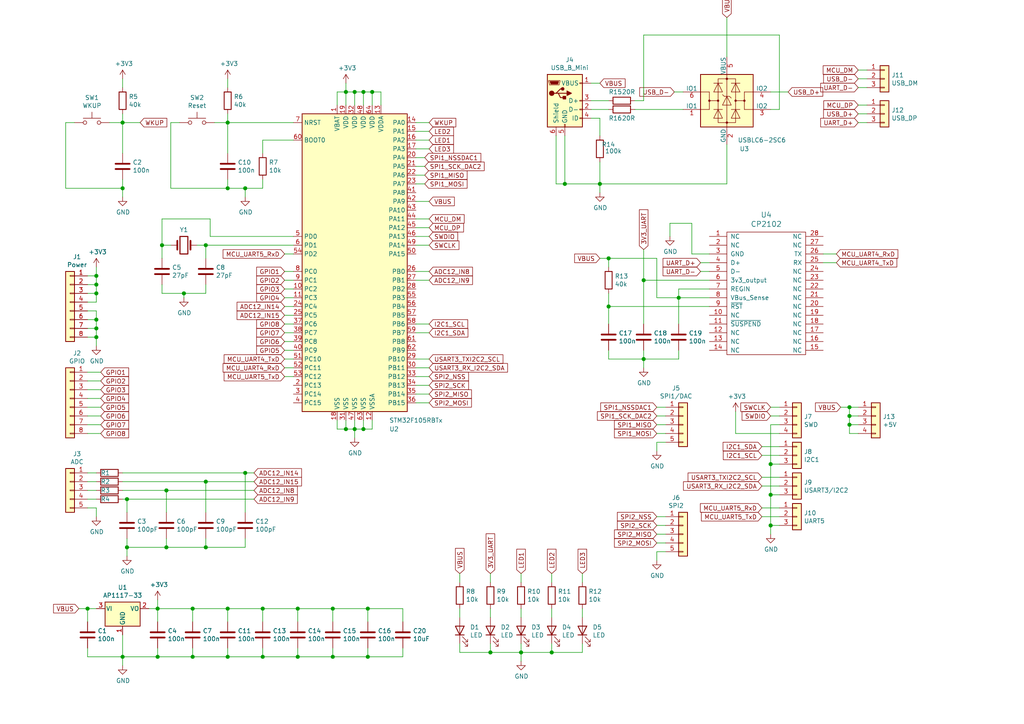
<source format=kicad_sch>
(kicad_sch (version 20201015) (generator eeschema)

  (page 1 1)

  (paper "A4")

  (lib_symbols
    (symbol "Connector_Generic:Conn_01x03" (pin_names (offset 1.016) hide) (in_bom yes) (on_board yes)
      (property "Reference" "J" (id 0) (at 0 5.08 0)
        (effects (font (size 1.27 1.27)))
      )
      (property "Value" "Conn_01x03" (id 1) (at 0 -5.08 0)
        (effects (font (size 1.27 1.27)))
      )
      (property "Footprint" "" (id 2) (at 0 0 0)
        (effects (font (size 1.27 1.27)) hide)
      )
      (property "Datasheet" "~" (id 3) (at 0 0 0)
        (effects (font (size 1.27 1.27)) hide)
      )
      (property "ki_keywords" "connector" (id 4) (at 0 0 0)
        (effects (font (size 1.27 1.27)) hide)
      )
      (property "ki_description" "Generic connector, single row, 01x03, script generated (kicad-library-utils/schlib/autogen/connector/)" (id 5) (at 0 0 0)
        (effects (font (size 1.27 1.27)) hide)
      )
      (property "ki_fp_filters" "Connector*:*_1x??_*" (id 6) (at 0 0 0)
        (effects (font (size 1.27 1.27)) hide)
      )
      (symbol "Conn_01x03_1_1"
        (rectangle (start -1.27 -2.413) (end 0 -2.667)
          (stroke (width 0.1524)) (fill (type none))
        )
        (rectangle (start -1.27 2.667) (end 0 2.413)
          (stroke (width 0.1524)) (fill (type none))
        )
        (rectangle (start -1.27 3.81) (end 1.27 -3.81)
          (stroke (width 0.254)) (fill (type background))
        )
        (rectangle (start -1.27 0.127) (end 0 -0.127)
          (stroke (width 0.1524)) (fill (type none))
        )
        (pin passive line (at -5.08 2.54 0) (length 3.81)
          (name "Pin_1" (effects (font (size 1.27 1.27))))
          (number "1" (effects (font (size 1.27 1.27))))
        )
        (pin passive line (at -5.08 0 0) (length 3.81)
          (name "Pin_2" (effects (font (size 1.27 1.27))))
          (number "2" (effects (font (size 1.27 1.27))))
        )
        (pin passive line (at -5.08 -2.54 0) (length 3.81)
          (name "Pin_3" (effects (font (size 1.27 1.27))))
          (number "3" (effects (font (size 1.27 1.27))))
        )
      )
    )
    (symbol "Connector_Generic:Conn_01x04" (pin_names (offset 1.016) hide) (in_bom yes) (on_board yes)
      (property "Reference" "J" (id 0) (at 0 5.08 0)
        (effects (font (size 1.27 1.27)))
      )
      (property "Value" "Conn_01x04" (id 1) (at 0 -7.62 0)
        (effects (font (size 1.27 1.27)))
      )
      (property "Footprint" "" (id 2) (at 0 0 0)
        (effects (font (size 1.27 1.27)) hide)
      )
      (property "Datasheet" "~" (id 3) (at 0 0 0)
        (effects (font (size 1.27 1.27)) hide)
      )
      (property "ki_keywords" "connector" (id 4) (at 0 0 0)
        (effects (font (size 1.27 1.27)) hide)
      )
      (property "ki_description" "Generic connector, single row, 01x04, script generated (kicad-library-utils/schlib/autogen/connector/)" (id 5) (at 0 0 0)
        (effects (font (size 1.27 1.27)) hide)
      )
      (property "ki_fp_filters" "Connector*:*_1x??_*" (id 6) (at 0 0 0)
        (effects (font (size 1.27 1.27)) hide)
      )
      (symbol "Conn_01x04_1_1"
        (rectangle (start -1.27 -4.953) (end 0 -5.207)
          (stroke (width 0.1524)) (fill (type none))
        )
        (rectangle (start -1.27 -2.413) (end 0 -2.667)
          (stroke (width 0.1524)) (fill (type none))
        )
        (rectangle (start -1.27 2.667) (end 0 2.413)
          (stroke (width 0.1524)) (fill (type none))
        )
        (rectangle (start -1.27 3.81) (end 1.27 -6.35)
          (stroke (width 0.254)) (fill (type background))
        )
        (rectangle (start -1.27 0.127) (end 0 -0.127)
          (stroke (width 0.1524)) (fill (type none))
        )
        (pin passive line (at -5.08 2.54 0) (length 3.81)
          (name "Pin_1" (effects (font (size 1.27 1.27))))
          (number "1" (effects (font (size 1.27 1.27))))
        )
        (pin passive line (at -5.08 0 0) (length 3.81)
          (name "Pin_2" (effects (font (size 1.27 1.27))))
          (number "2" (effects (font (size 1.27 1.27))))
        )
        (pin passive line (at -5.08 -2.54 0) (length 3.81)
          (name "Pin_3" (effects (font (size 1.27 1.27))))
          (number "3" (effects (font (size 1.27 1.27))))
        )
        (pin passive line (at -5.08 -5.08 0) (length 3.81)
          (name "Pin_4" (effects (font (size 1.27 1.27))))
          (number "4" (effects (font (size 1.27 1.27))))
        )
      )
    )
    (symbol "Connector_Generic:Conn_01x05" (pin_names (offset 1.016) hide) (in_bom yes) (on_board yes)
      (property "Reference" "J" (id 0) (at 0 7.62 0)
        (effects (font (size 1.27 1.27)))
      )
      (property "Value" "Conn_01x05" (id 1) (at 0 -7.62 0)
        (effects (font (size 1.27 1.27)))
      )
      (property "Footprint" "" (id 2) (at 0 0 0)
        (effects (font (size 1.27 1.27)) hide)
      )
      (property "Datasheet" "~" (id 3) (at 0 0 0)
        (effects (font (size 1.27 1.27)) hide)
      )
      (property "ki_keywords" "connector" (id 4) (at 0 0 0)
        (effects (font (size 1.27 1.27)) hide)
      )
      (property "ki_description" "Generic connector, single row, 01x05, script generated (kicad-library-utils/schlib/autogen/connector/)" (id 5) (at 0 0 0)
        (effects (font (size 1.27 1.27)) hide)
      )
      (property "ki_fp_filters" "Connector*:*_1x??_*" (id 6) (at 0 0 0)
        (effects (font (size 1.27 1.27)) hide)
      )
      (symbol "Conn_01x05_1_1"
        (rectangle (start -1.27 -4.953) (end 0 -5.207)
          (stroke (width 0.1524)) (fill (type none))
        )
        (rectangle (start -1.27 -2.413) (end 0 -2.667)
          (stroke (width 0.1524)) (fill (type none))
        )
        (rectangle (start -1.27 2.667) (end 0 2.413)
          (stroke (width 0.1524)) (fill (type none))
        )
        (rectangle (start -1.27 5.207) (end 0 4.953)
          (stroke (width 0.1524)) (fill (type none))
        )
        (rectangle (start -1.27 6.35) (end 1.27 -6.35)
          (stroke (width 0.254)) (fill (type background))
        )
        (rectangle (start -1.27 0.127) (end 0 -0.127)
          (stroke (width 0.1524)) (fill (type none))
        )
        (pin passive line (at -5.08 5.08 0) (length 3.81)
          (name "Pin_1" (effects (font (size 1.27 1.27))))
          (number "1" (effects (font (size 1.27 1.27))))
        )
        (pin passive line (at -5.08 2.54 0) (length 3.81)
          (name "Pin_2" (effects (font (size 1.27 1.27))))
          (number "2" (effects (font (size 1.27 1.27))))
        )
        (pin passive line (at -5.08 0 0) (length 3.81)
          (name "Pin_3" (effects (font (size 1.27 1.27))))
          (number "3" (effects (font (size 1.27 1.27))))
        )
        (pin passive line (at -5.08 -2.54 0) (length 3.81)
          (name "Pin_4" (effects (font (size 1.27 1.27))))
          (number "4" (effects (font (size 1.27 1.27))))
        )
        (pin passive line (at -5.08 -5.08 0) (length 3.81)
          (name "Pin_5" (effects (font (size 1.27 1.27))))
          (number "5" (effects (font (size 1.27 1.27))))
        )
      )
    )
    (symbol "Connector_Generic:Conn_01x08" (pin_names (offset 1.016) hide) (in_bom yes) (on_board yes)
      (property "Reference" "J" (id 0) (at 0 10.16 0)
        (effects (font (size 1.27 1.27)))
      )
      (property "Value" "Conn_01x08" (id 1) (at 0 -12.7 0)
        (effects (font (size 1.27 1.27)))
      )
      (property "Footprint" "" (id 2) (at 0 0 0)
        (effects (font (size 1.27 1.27)) hide)
      )
      (property "Datasheet" "~" (id 3) (at 0 0 0)
        (effects (font (size 1.27 1.27)) hide)
      )
      (property "ki_keywords" "connector" (id 4) (at 0 0 0)
        (effects (font (size 1.27 1.27)) hide)
      )
      (property "ki_description" "Generic connector, single row, 01x08, script generated (kicad-library-utils/schlib/autogen/connector/)" (id 5) (at 0 0 0)
        (effects (font (size 1.27 1.27)) hide)
      )
      (property "ki_fp_filters" "Connector*:*_1x??_*" (id 6) (at 0 0 0)
        (effects (font (size 1.27 1.27)) hide)
      )
      (symbol "Conn_01x08_1_1"
        (rectangle (start -1.27 -4.953) (end 0 -5.207)
          (stroke (width 0.1524)) (fill (type none))
        )
        (rectangle (start -1.27 -7.493) (end 0 -7.747)
          (stroke (width 0.1524)) (fill (type none))
        )
        (rectangle (start -1.27 -10.033) (end 0 -10.287)
          (stroke (width 0.1524)) (fill (type none))
        )
        (rectangle (start -1.27 -2.413) (end 0 -2.667)
          (stroke (width 0.1524)) (fill (type none))
        )
        (rectangle (start -1.27 2.667) (end 0 2.413)
          (stroke (width 0.1524)) (fill (type none))
        )
        (rectangle (start -1.27 5.207) (end 0 4.953)
          (stroke (width 0.1524)) (fill (type none))
        )
        (rectangle (start -1.27 7.747) (end 0 7.493)
          (stroke (width 0.1524)) (fill (type none))
        )
        (rectangle (start -1.27 8.89) (end 1.27 -11.43)
          (stroke (width 0.254)) (fill (type background))
        )
        (rectangle (start -1.27 0.127) (end 0 -0.127)
          (stroke (width 0.1524)) (fill (type none))
        )
        (pin passive line (at -5.08 7.62 0) (length 3.81)
          (name "Pin_1" (effects (font (size 1.27 1.27))))
          (number "1" (effects (font (size 1.27 1.27))))
        )
        (pin passive line (at -5.08 5.08 0) (length 3.81)
          (name "Pin_2" (effects (font (size 1.27 1.27))))
          (number "2" (effects (font (size 1.27 1.27))))
        )
        (pin passive line (at -5.08 2.54 0) (length 3.81)
          (name "Pin_3" (effects (font (size 1.27 1.27))))
          (number "3" (effects (font (size 1.27 1.27))))
        )
        (pin passive line (at -5.08 0 0) (length 3.81)
          (name "Pin_4" (effects (font (size 1.27 1.27))))
          (number "4" (effects (font (size 1.27 1.27))))
        )
        (pin passive line (at -5.08 -2.54 0) (length 3.81)
          (name "Pin_5" (effects (font (size 1.27 1.27))))
          (number "5" (effects (font (size 1.27 1.27))))
        )
        (pin passive line (at -5.08 -5.08 0) (length 3.81)
          (name "Pin_6" (effects (font (size 1.27 1.27))))
          (number "6" (effects (font (size 1.27 1.27))))
        )
        (pin passive line (at -5.08 -7.62 0) (length 3.81)
          (name "Pin_7" (effects (font (size 1.27 1.27))))
          (number "7" (effects (font (size 1.27 1.27))))
        )
        (pin passive line (at -5.08 -10.16 0) (length 3.81)
          (name "Pin_8" (effects (font (size 1.27 1.27))))
          (number "8" (effects (font (size 1.27 1.27))))
        )
      )
    )
    (symbol "DevBoard-rescue:CP2102-cp2102" (pin_names (offset 1.016)) (in_bom yes) (on_board yes)
      (property "Reference" "U" (id 0) (at 0 -20.32 0)
        (effects (font (size 1.524 1.524)))
      )
      (property "Value" "CP2102-cp2102" (id 1) (at 0 19.05 0)
        (effects (font (size 1.524 1.524)))
      )
      (property "Footprint" "" (id 2) (at 0 0 0)
        (effects (font (size 1.524 1.524)) hide)
      )
      (property "Datasheet" "" (id 3) (at 0 0 0)
        (effects (font (size 1.524 1.524)) hide)
      )
      (symbol "CP2102-cp2102_0_1"
        (rectangle (start -11.43 17.78) (end 11.43 -17.78)
          (stroke (width 0)) (fill (type none))
        )
      )
      (symbol "CP2102-cp2102_1_1"
        (pin input line (at -16.51 16.51 0) (length 5.08)
          (name "NC" (effects (font (size 1.27 1.27))))
          (number "1" (effects (font (size 1.27 1.27))))
        )
        (pin input line (at -16.51 -6.35 0) (length 5.08)
          (name "NC" (effects (font (size 1.27 1.27))))
          (number "10" (effects (font (size 1.27 1.27))))
        )
        (pin input line (at -16.51 -8.89 0) (length 5.08)
          (name "~SUSPEND" (effects (font (size 1.27 1.27))))
          (number "11" (effects (font (size 1.27 1.27))))
        )
        (pin input line (at -16.51 -11.43 0) (length 5.08)
          (name "NC" (effects (font (size 1.27 1.27))))
          (number "12" (effects (font (size 1.27 1.27))))
        )
        (pin input line (at -16.51 -13.97 0) (length 5.08)
          (name "NC" (effects (font (size 1.27 1.27))))
          (number "13" (effects (font (size 1.27 1.27))))
        )
        (pin input line (at -16.51 -16.51 0) (length 5.08)
          (name "NC" (effects (font (size 1.27 1.27))))
          (number "14" (effects (font (size 1.27 1.27))))
        )
        (pin input line (at 16.51 -16.51 180) (length 5.08)
          (name "NC" (effects (font (size 1.27 1.27))))
          (number "15" (effects (font (size 1.27 1.27))))
        )
        (pin input line (at 16.51 -13.97 180) (length 5.08)
          (name "NC" (effects (font (size 1.27 1.27))))
          (number "16" (effects (font (size 1.27 1.27))))
        )
        (pin input line (at 16.51 -11.43 180) (length 5.08)
          (name "NC" (effects (font (size 1.27 1.27))))
          (number "17" (effects (font (size 1.27 1.27))))
        )
        (pin input line (at 16.51 -8.89 180) (length 5.08)
          (name "NC" (effects (font (size 1.27 1.27))))
          (number "18" (effects (font (size 1.27 1.27))))
        )
        (pin input line (at 16.51 -6.35 180) (length 5.08)
          (name "NC" (effects (font (size 1.27 1.27))))
          (number "19" (effects (font (size 1.27 1.27))))
        )
        (pin input line (at -16.51 13.97 0) (length 5.08)
          (name "NC" (effects (font (size 1.27 1.27))))
          (number "2" (effects (font (size 1.27 1.27))))
        )
        (pin input line (at 16.51 -3.81 180) (length 5.08)
          (name "NC" (effects (font (size 1.27 1.27))))
          (number "20" (effects (font (size 1.27 1.27))))
        )
        (pin input line (at 16.51 -1.27 180) (length 5.08)
          (name "NC" (effects (font (size 1.27 1.27))))
          (number "21" (effects (font (size 1.27 1.27))))
        )
        (pin input line (at 16.51 1.27 180) (length 5.08)
          (name "NC" (effects (font (size 1.27 1.27))))
          (number "22" (effects (font (size 1.27 1.27))))
        )
        (pin input line (at 16.51 3.81 180) (length 5.08)
          (name "NC" (effects (font (size 1.27 1.27))))
          (number "23" (effects (font (size 1.27 1.27))))
        )
        (pin input line (at 16.51 6.35 180) (length 5.08)
          (name "NC" (effects (font (size 1.27 1.27))))
          (number "24" (effects (font (size 1.27 1.27))))
        )
        (pin input line (at 16.51 8.89 180) (length 5.08)
          (name "RX" (effects (font (size 1.27 1.27))))
          (number "25" (effects (font (size 1.27 1.27))))
        )
        (pin input line (at 16.51 11.43 180) (length 5.08)
          (name "TX" (effects (font (size 1.27 1.27))))
          (number "26" (effects (font (size 1.27 1.27))))
        )
        (pin input line (at 16.51 13.97 180) (length 5.08)
          (name "NC" (effects (font (size 1.27 1.27))))
          (number "27" (effects (font (size 1.27 1.27))))
        )
        (pin input line (at 16.51 16.51 180) (length 5.08)
          (name "NC" (effects (font (size 1.27 1.27))))
          (number "28" (effects (font (size 1.27 1.27))))
        )
        (pin input line (at -16.51 11.43 0) (length 5.08)
          (name "GND" (effects (font (size 1.27 1.27))))
          (number "3" (effects (font (size 1.27 1.27))))
        )
        (pin input line (at -16.51 8.89 0) (length 5.08)
          (name "D+" (effects (font (size 1.27 1.27))))
          (number "4" (effects (font (size 1.27 1.27))))
        )
        (pin input line (at -16.51 6.35 0) (length 5.08)
          (name "D-" (effects (font (size 1.27 1.27))))
          (number "5" (effects (font (size 1.27 1.27))))
        )
        (pin input line (at -16.51 3.81 0) (length 5.08)
          (name "3v3_output" (effects (font (size 1.27 1.27))))
          (number "6" (effects (font (size 1.27 1.27))))
        )
        (pin input line (at -16.51 1.27 0) (length 5.08)
          (name "REGIN" (effects (font (size 1.27 1.27))))
          (number "7" (effects (font (size 1.27 1.27))))
        )
        (pin input line (at -16.51 -1.27 0) (length 5.08)
          (name "VBus_Sense" (effects (font (size 1.27 1.27))))
          (number "8" (effects (font (size 1.27 1.27))))
        )
        (pin input line (at -16.51 -3.81 0) (length 5.08)
          (name "~RST" (effects (font (size 1.27 1.27))))
          (number "9" (effects (font (size 1.27 1.27))))
        )
      )
    )
    (symbol "DevBoard-rescue:USBLC6-2SC6-Power_Protection" (pin_names (offset 0)) (in_bom yes) (on_board yes)
      (property "Reference" "U" (id 0) (at 5.08 8.89 0)
        (effects (font (size 1.27 1.27)))
      )
      (property "Value" "USBLC6-2SC6-Power_Protection" (id 1) (at 10.16 -10.16 0)
        (effects (font (size 1.27 1.27)))
      )
      (property "Footprint" "Package_TO_SOT_SMD:SOT-23-6" (id 2) (at -19.05 10.16 0)
        (effects (font (size 1.27 1.27)) hide)
      )
      (property "Datasheet" "" (id 3) (at 5.08 8.89 0)
        (effects (font (size 1.27 1.27)) hide)
      )
      (property "ki_fp_filters" "SOT?23*" (id 4) (at 0 0 0)
        (effects (font (size 1.27 1.27)) hide)
      )
      (symbol "USBLC6-2SC6-Power_Protection_0_1"
        (circle (center -5.08 0) (radius 0.254) (stroke (width 0)) (fill (type outline)))
        (circle (center -2.54 0) (radius 0.254) (stroke (width 0)) (fill (type outline)))
        (circle (center 0 -6.35) (radius 0.254) (stroke (width 0)) (fill (type outline)))
        (circle (center 0 6.35) (radius 0.254) (stroke (width 0)) (fill (type outline)))
        (circle (center 2.54 0) (radius 0.254) (stroke (width 0)) (fill (type outline)))
        (circle (center 5.08 0) (radius 0.254) (stroke (width 0)) (fill (type outline)))
        (rectangle (start -7.62 -7.62) (end 7.62 7.62)
          (stroke (width 0.254)) (fill (type background))
        )
        (polyline
          (pts
            (xy -5.08 -2.54)
            (xy -7.62 -2.54)
          )
          (stroke (width 0)) (fill (type none))
        )
        (polyline
          (pts
            (xy -5.08 0)
            (xy -5.08 -2.54)
          )
          (stroke (width 0)) (fill (type none))
        )
        (polyline
          (pts
            (xy -5.08 2.54)
            (xy -7.62 2.54)
          )
          (stroke (width 0)) (fill (type none))
        )
        (polyline
          (pts
            (xy -2.54 -2.54)
            (xy -2.54 5.08)
          )
          (stroke (width 0)) (fill (type none))
        )
        (polyline
          (pts
            (xy -1.27 -2.54)
            (xy -3.81 -2.54)
          )
          (stroke (width 0)) (fill (type none))
        )
        (polyline
          (pts
            (xy -1.27 5.08)
            (xy -3.81 5.08)
          )
          (stroke (width 0)) (fill (type none))
        )
        (polyline
          (pts
            (xy 0 -7.62)
            (xy 0 -6.35)
          )
          (stroke (width 0)) (fill (type none))
        )
        (polyline
          (pts
            (xy 0 -6.35)
            (xy 0 1.27)
          )
          (stroke (width 0)) (fill (type none))
        )
        (polyline
          (pts
            (xy 0 1.27)
            (xy 0 6.35)
          )
          (stroke (width 0)) (fill (type none))
        )
        (polyline
          (pts
            (xy 0 6.35)
            (xy 0 7.62)
          )
          (stroke (width 0)) (fill (type none))
        )
        (polyline
          (pts
            (xy 1.27 -2.54)
            (xy 3.81 -2.54)
          )
          (stroke (width 0)) (fill (type none))
        )
        (polyline
          (pts
            (xy 1.27 5.08)
            (xy 3.81 5.08)
          )
          (stroke (width 0)) (fill (type none))
        )
        (polyline
          (pts
            (xy 2.54 -2.54)
            (xy 2.54 5.08)
          )
          (stroke (width 0)) (fill (type none))
        )
        (polyline
          (pts
            (xy 5.08 -2.54)
            (xy 7.62 -2.54)
          )
          (stroke (width 0)) (fill (type none))
        )
        (polyline
          (pts
            (xy 5.08 0)
            (xy 5.08 -2.54)
          )
          (stroke (width 0)) (fill (type none))
        )
        (polyline
          (pts
            (xy 5.08 2.54)
            (xy 7.62 2.54)
          )
          (stroke (width 0)) (fill (type none))
        )
        (polyline
          (pts
            (xy -2.54 0)
            (xy -5.08 0)
            (xy -5.08 2.54)
          )
          (stroke (width 0)) (fill (type none))
        )
        (polyline
          (pts
            (xy 0 -6.35)
            (xy -2.54 -6.35)
            (xy -2.54 -2.54)
          )
          (stroke (width 0)) (fill (type none))
        )
        (polyline
          (pts
            (xy 2.54 -2.54)
            (xy 2.54 -6.35)
            (xy 0 -6.35)
          )
          (stroke (width 0)) (fill (type none))
        )
        (polyline
          (pts
            (xy 2.54 0)
            (xy 5.08 0)
            (xy 5.08 2.54)
          )
          (stroke (width 0)) (fill (type none))
        )
        (polyline
          (pts
            (xy -3.81 -5.08)
            (xy -1.27 -5.08)
            (xy -2.54 -2.54)
            (xy -3.81 -5.08)
          )
          (stroke (width 0)) (fill (type none))
        )
        (polyline
          (pts
            (xy -3.81 2.54)
            (xy -1.27 2.54)
            (xy -2.54 5.08)
            (xy -3.81 2.54)
          )
          (stroke (width 0)) (fill (type none))
        )
        (polyline
          (pts
            (xy -2.54 5.08)
            (xy -2.54 6.35)
            (xy 2.54 6.35)
            (xy 2.54 5.08)
          )
          (stroke (width 0)) (fill (type none))
        )
        (polyline
          (pts
            (xy -1.27 -1.27)
            (xy 1.27 -1.27)
            (xy 0 1.27)
            (xy -1.27 -1.27)
          )
          (stroke (width 0)) (fill (type none))
        )
        (polyline
          (pts
            (xy 1.27 0.762)
            (xy 0.762 1.27)
            (xy -0.762 1.27)
            (xy -1.27 1.778)
          )
          (stroke (width 0)) (fill (type none))
        )
        (polyline
          (pts
            (xy 3.81 -5.08)
            (xy 1.27 -5.08)
            (xy 2.54 -2.54)
            (xy 3.81 -5.08)
          )
          (stroke (width 0)) (fill (type none))
        )
        (polyline
          (pts
            (xy 3.81 2.54)
            (xy 1.27 2.54)
            (xy 2.54 5.08)
            (xy 3.81 2.54)
          )
          (stroke (width 0)) (fill (type none))
        )
      )
      (symbol "USBLC6-2SC6-Power_Protection_1_1"
        (pin passive line (at -12.7 -2.54 0) (length 5.08)
          (name "IO1" (effects (font (size 1.27 1.27))))
          (number "1" (effects (font (size 1.27 1.27))))
        )
        (pin power_in line (at 0 -12.7 90) (length 5.08)
          (name "GND" (effects (font (size 1.27 1.27))))
          (number "2" (effects (font (size 1.27 1.27))))
        )
        (pin passive line (at 12.7 -2.54 180) (length 5.08)
          (name "IO2" (effects (font (size 1.27 1.27))))
          (number "3" (effects (font (size 1.27 1.27))))
        )
        (pin passive line (at 12.7 2.54 180) (length 5.08)
          (name "IO2" (effects (font (size 1.27 1.27))))
          (number "4" (effects (font (size 1.27 1.27))))
        )
        (pin passive line (at 0 12.7 270) (length 5.08)
          (name "VBUS" (effects (font (size 1.27 1.27))))
          (number "5" (effects (font (size 1.27 1.27))))
        )
        (pin passive line (at -12.7 2.54 0) (length 5.08)
          (name "IO1" (effects (font (size 1.27 1.27))))
          (number "6" (effects (font (size 1.27 1.27))))
        )
      )
    )
    (symbol "DevBoard-rescue:USB_B_Mini-Connector" (pin_names (offset 1.016)) (in_bom yes) (on_board yes)
      (property "Reference" "J" (id 0) (at -5.08 11.43 0)
        (effects (font (size 1.27 1.27)) (justify left))
      )
      (property "Value" "USB_B_Mini-Connector" (id 1) (at -5.08 8.89 0)
        (effects (font (size 1.27 1.27)) (justify left))
      )
      (property "Footprint" "" (id 2) (at 3.81 -1.27 0)
        (effects (font (size 1.27 1.27)) hide)
      )
      (property "Datasheet" "" (id 3) (at 3.81 -1.27 0)
        (effects (font (size 1.27 1.27)) hide)
      )
      (property "ki_fp_filters" "USB*" (id 4) (at 0 0 0)
        (effects (font (size 1.27 1.27)) hide)
      )
      (symbol "USB_B_Mini-Connector_0_1"
        (circle (center -3.81 2.159) (radius 0.635) (stroke (width 0.254)) (fill (type outline)))
        (circle (center -0.635 3.429) (radius 0.381) (stroke (width 0.254)) (fill (type outline)))
        (rectangle (start -0.127 -7.62) (end 0.127 -6.858)
          (stroke (width 0)) (fill (type none))
        )
        (rectangle (start 5.08 -5.207) (end 4.318 -4.953)
          (stroke (width 0)) (fill (type none))
        )
        (rectangle (start 5.08 -2.667) (end 4.318 -2.413)
          (stroke (width 0)) (fill (type none))
        )
        (rectangle (start 5.08 -0.127) (end 4.318 0.127)
          (stroke (width 0)) (fill (type none))
        )
        (rectangle (start 5.08 4.953) (end 4.318 5.207)
          (stroke (width 0)) (fill (type none))
        )
        (rectangle (start 0.254 1.27) (end -0.508 0.508)
          (stroke (width 0.254)) (fill (type outline))
        )
        (rectangle (start -5.08 -7.62) (end 5.08 7.62)
          (stroke (width 0.254)) (fill (type background))
        )
        (polyline
          (pts
            (xy -1.905 2.159)
            (xy 0.635 2.159)
          )
          (stroke (width 0.254)) (fill (type none))
        )
        (polyline
          (pts
            (xy -3.175 2.159)
            (xy -2.54 2.159)
            (xy -1.27 3.429)
            (xy -0.635 3.429)
          )
          (stroke (width 0.254)) (fill (type none))
        )
        (polyline
          (pts
            (xy -2.54 2.159)
            (xy -1.905 2.159)
            (xy -1.27 0.889)
            (xy 0 0.889)
          )
          (stroke (width 0.254)) (fill (type none))
        )
        (polyline
          (pts
            (xy -4.699 5.842)
            (xy -4.699 5.588)
            (xy -4.445 4.826)
            (xy -4.445 4.572)
            (xy -1.651 4.572)
            (xy -1.651 4.826)
            (xy -1.397 5.588)
            (xy -1.397 5.842)
            (xy -4.699 5.842)
          )
          (stroke (width 0)) (fill (type none))
        )
        (polyline
          (pts
            (xy 0.635 2.794)
            (xy 0.635 1.524)
            (xy 1.905 2.159)
            (xy 0.635 2.794)
          )
          (stroke (width 0.254)) (fill (type outline))
        )
        (polyline
          (pts
            (xy -4.318 5.588)
            (xy -1.778 5.588)
            (xy -2.032 4.826)
            (xy -4.064 4.826)
            (xy -4.318 5.588)
          )
          (stroke (width 0)) (fill (type outline))
        )
      )
      (symbol "USB_B_Mini-Connector_1_1"
        (pin power_out line (at 7.62 5.08 180) (length 2.54)
          (name "VBUS" (effects (font (size 1.27 1.27))))
          (number "1" (effects (font (size 1.27 1.27))))
        )
        (pin passive line (at 7.62 -2.54 180) (length 2.54)
          (name "D-" (effects (font (size 1.27 1.27))))
          (number "2" (effects (font (size 1.27 1.27))))
        )
        (pin passive line (at 7.62 0 180) (length 2.54)
          (name "D+" (effects (font (size 1.27 1.27))))
          (number "3" (effects (font (size 1.27 1.27))))
        )
        (pin passive line (at 7.62 -5.08 180) (length 2.54)
          (name "ID" (effects (font (size 1.27 1.27))))
          (number "4" (effects (font (size 1.27 1.27))))
        )
        (pin power_out line (at 0 -10.16 90) (length 2.54)
          (name "GND" (effects (font (size 1.27 1.27))))
          (number "5" (effects (font (size 1.27 1.27))))
        )
        (pin passive line (at -2.54 -10.16 90) (length 2.54)
          (name "Shield" (effects (font (size 1.27 1.27))))
          (number "6" (effects (font (size 1.27 1.27))))
        )
      )
    )
    (symbol "Device:C" (pin_numbers hide) (pin_names (offset 0.254)) (in_bom yes) (on_board yes)
      (property "Reference" "C" (id 0) (at 0.635 2.54 0)
        (effects (font (size 1.27 1.27)) (justify left))
      )
      (property "Value" "C" (id 1) (at 0.635 -2.54 0)
        (effects (font (size 1.27 1.27)) (justify left))
      )
      (property "Footprint" "" (id 2) (at 0.9652 -3.81 0)
        (effects (font (size 1.27 1.27)) hide)
      )
      (property "Datasheet" "~" (id 3) (at 0 0 0)
        (effects (font (size 1.27 1.27)) hide)
      )
      (property "ki_keywords" "cap capacitor" (id 4) (at 0 0 0)
        (effects (font (size 1.27 1.27)) hide)
      )
      (property "ki_description" "Unpolarized capacitor" (id 5) (at 0 0 0)
        (effects (font (size 1.27 1.27)) hide)
      )
      (property "ki_fp_filters" "C_*" (id 6) (at 0 0 0)
        (effects (font (size 1.27 1.27)) hide)
      )
      (symbol "C_0_1"
        (polyline
          (pts
            (xy -2.032 -0.762)
            (xy 2.032 -0.762)
          )
          (stroke (width 0.508)) (fill (type none))
        )
        (polyline
          (pts
            (xy -2.032 0.762)
            (xy 2.032 0.762)
          )
          (stroke (width 0.508)) (fill (type none))
        )
      )
      (symbol "C_1_1"
        (pin passive line (at 0 3.81 270) (length 2.794)
          (name "~" (effects (font (size 1.27 1.27))))
          (number "1" (effects (font (size 1.27 1.27))))
        )
        (pin passive line (at 0 -3.81 90) (length 2.794)
          (name "~" (effects (font (size 1.27 1.27))))
          (number "2" (effects (font (size 1.27 1.27))))
        )
      )
    )
    (symbol "Device:Crystal" (pin_numbers hide) (pin_names (offset 1.016) hide) (in_bom yes) (on_board yes)
      (property "Reference" "Y" (id 0) (at 0 3.81 0)
        (effects (font (size 1.27 1.27)))
      )
      (property "Value" "Crystal" (id 1) (at 0 -3.81 0)
        (effects (font (size 1.27 1.27)))
      )
      (property "Footprint" "" (id 2) (at 0 0 0)
        (effects (font (size 1.27 1.27)) hide)
      )
      (property "Datasheet" "~" (id 3) (at 0 0 0)
        (effects (font (size 1.27 1.27)) hide)
      )
      (property "ki_keywords" "quartz ceramic resonator oscillator" (id 4) (at 0 0 0)
        (effects (font (size 1.27 1.27)) hide)
      )
      (property "ki_description" "Two pin crystal" (id 5) (at 0 0 0)
        (effects (font (size 1.27 1.27)) hide)
      )
      (property "ki_fp_filters" "Crystal*" (id 6) (at 0 0 0)
        (effects (font (size 1.27 1.27)) hide)
      )
      (symbol "Crystal_0_1"
        (rectangle (start -1.143 2.54) (end 1.143 -2.54)
          (stroke (width 0.3048)) (fill (type none))
        )
        (polyline
          (pts
            (xy -2.54 0)
            (xy -1.905 0)
          )
          (stroke (width 0)) (fill (type none))
        )
        (polyline
          (pts
            (xy -1.905 -1.27)
            (xy -1.905 1.27)
          )
          (stroke (width 0.508)) (fill (type none))
        )
        (polyline
          (pts
            (xy 1.905 -1.27)
            (xy 1.905 1.27)
          )
          (stroke (width 0.508)) (fill (type none))
        )
        (polyline
          (pts
            (xy 2.54 0)
            (xy 1.905 0)
          )
          (stroke (width 0)) (fill (type none))
        )
      )
      (symbol "Crystal_1_1"
        (pin passive line (at -3.81 0 0) (length 1.27)
          (name "1" (effects (font (size 1.27 1.27))))
          (number "1" (effects (font (size 1.27 1.27))))
        )
        (pin passive line (at 3.81 0 180) (length 1.27)
          (name "2" (effects (font (size 1.27 1.27))))
          (number "2" (effects (font (size 1.27 1.27))))
        )
      )
    )
    (symbol "Device:LED" (pin_numbers hide) (pin_names (offset 1.016) hide) (in_bom yes) (on_board yes)
      (property "Reference" "D" (id 0) (at 0 2.54 0)
        (effects (font (size 1.27 1.27)))
      )
      (property "Value" "LED" (id 1) (at 0 -2.54 0)
        (effects (font (size 1.27 1.27)))
      )
      (property "Footprint" "" (id 2) (at 0 0 0)
        (effects (font (size 1.27 1.27)) hide)
      )
      (property "Datasheet" "~" (id 3) (at 0 0 0)
        (effects (font (size 1.27 1.27)) hide)
      )
      (property "ki_keywords" "LED diode" (id 4) (at 0 0 0)
        (effects (font (size 1.27 1.27)) hide)
      )
      (property "ki_description" "Light emitting diode" (id 5) (at 0 0 0)
        (effects (font (size 1.27 1.27)) hide)
      )
      (property "ki_fp_filters" "LED* LED_SMD:* LED_THT:*" (id 6) (at 0 0 0)
        (effects (font (size 1.27 1.27)) hide)
      )
      (symbol "LED_0_1"
        (polyline
          (pts
            (xy -1.27 -1.27)
            (xy -1.27 1.27)
          )
          (stroke (width 0.254)) (fill (type none))
        )
        (polyline
          (pts
            (xy -1.27 0)
            (xy 1.27 0)
          )
          (stroke (width 0)) (fill (type none))
        )
        (polyline
          (pts
            (xy 1.27 -1.27)
            (xy 1.27 1.27)
            (xy -1.27 0)
            (xy 1.27 -1.27)
          )
          (stroke (width 0.254)) (fill (type none))
        )
        (polyline
          (pts
            (xy -3.048 -0.762)
            (xy -4.572 -2.286)
            (xy -3.81 -2.286)
            (xy -4.572 -2.286)
            (xy -4.572 -1.524)
          )
          (stroke (width 0)) (fill (type none))
        )
        (polyline
          (pts
            (xy -1.778 -0.762)
            (xy -3.302 -2.286)
            (xy -2.54 -2.286)
            (xy -3.302 -2.286)
            (xy -3.302 -1.524)
          )
          (stroke (width 0)) (fill (type none))
        )
      )
      (symbol "LED_1_1"
        (pin passive line (at -3.81 0 0) (length 2.54)
          (name "K" (effects (font (size 1.27 1.27))))
          (number "1" (effects (font (size 1.27 1.27))))
        )
        (pin passive line (at 3.81 0 180) (length 2.54)
          (name "A" (effects (font (size 1.27 1.27))))
          (number "2" (effects (font (size 1.27 1.27))))
        )
      )
    )
    (symbol "Device:R" (pin_numbers hide) (pin_names (offset 0)) (in_bom yes) (on_board yes)
      (property "Reference" "R" (id 0) (at 2.032 0 90)
        (effects (font (size 1.27 1.27)))
      )
      (property "Value" "R" (id 1) (at 0 0 90)
        (effects (font (size 1.27 1.27)))
      )
      (property "Footprint" "" (id 2) (at -1.778 0 90)
        (effects (font (size 1.27 1.27)) hide)
      )
      (property "Datasheet" "~" (id 3) (at 0 0 0)
        (effects (font (size 1.27 1.27)) hide)
      )
      (property "ki_keywords" "R res resistor" (id 4) (at 0 0 0)
        (effects (font (size 1.27 1.27)) hide)
      )
      (property "ki_description" "Resistor" (id 5) (at 0 0 0)
        (effects (font (size 1.27 1.27)) hide)
      )
      (property "ki_fp_filters" "R_*" (id 6) (at 0 0 0)
        (effects (font (size 1.27 1.27)) hide)
      )
      (symbol "R_0_1"
        (rectangle (start -1.016 -2.54) (end 1.016 2.54)
          (stroke (width 0.254)) (fill (type none))
        )
      )
      (symbol "R_1_1"
        (pin passive line (at 0 3.81 270) (length 1.27)
          (name "~" (effects (font (size 1.27 1.27))))
          (number "1" (effects (font (size 1.27 1.27))))
        )
        (pin passive line (at 0 -3.81 90) (length 1.27)
          (name "~" (effects (font (size 1.27 1.27))))
          (number "2" (effects (font (size 1.27 1.27))))
        )
      )
    )
    (symbol "MCU_ST_STM32F1:STM32F105RBTx" (in_bom yes) (on_board yes)
      (property "Reference" "U" (id 0) (at -15.24 44.45 0)
        (effects (font (size 1.27 1.27)) (justify left))
      )
      (property "Value" "STM32F105RBTx" (id 1) (at 10.16 44.45 0)
        (effects (font (size 1.27 1.27)) (justify left))
      )
      (property "Footprint" "Package_QFP:LQFP-64_10x10mm_P0.5mm" (id 2) (at -15.24 -43.18 0)
        (effects (font (size 1.27 1.27)) (justify right) hide)
      )
      (property "Datasheet" "http://www.st.com/st-web-ui/static/active/en/resource/technical/document/datasheet/CD00220364.pdf" (id 3) (at 0 0 0)
        (effects (font (size 1.27 1.27)) hide)
      )
      (property "ki_keywords" "ARM Cortex-M3 STM32F1 STM32F105/107" (id 4) (at 0 0 0)
        (effects (font (size 1.27 1.27)) hide)
      )
      (property "ki_description" "ARM Cortex-M3 MCU, 128KB flash, 64KB RAM, 72MHz, 2-3.6V, 51 GPIO, LQFP-64" (id 5) (at 0 0 0)
        (effects (font (size 1.27 1.27)) hide)
      )
      (property "ki_fp_filters" "LQFP*10x10mm*P0.5mm*" (id 6) (at 0 0 0)
        (effects (font (size 1.27 1.27)) hide)
      )
      (symbol "STM32F105RBTx_0_1"
        (rectangle (start -15.24 -43.18) (end 15.24 43.18)
          (stroke (width 0.254)) (fill (type background))
        )
      )
      (symbol "STM32F105RBTx_1_1"
        (pin input line (at -17.78 35.56 0) (length 2.54)
          (name "BOOT0" (effects (font (size 1.27 1.27))))
          (number "60" (effects (font (size 1.27 1.27))))
        )
        (pin input line (at -17.78 40.64 0) (length 2.54)
          (name "NRST" (effects (font (size 1.27 1.27))))
          (number "7" (effects (font (size 1.27 1.27))))
        )
        (pin bidirectional line (at 17.78 40.64 180) (length 2.54)
          (name "PA0" (effects (font (size 1.27 1.27))))
          (number "14" (effects (font (size 1.27 1.27))))
        )
        (pin bidirectional line (at 17.78 38.1 180) (length 2.54)
          (name "PA1" (effects (font (size 1.27 1.27))))
          (number "15" (effects (font (size 1.27 1.27))))
        )
        (pin bidirectional line (at 17.78 15.24 180) (length 2.54)
          (name "PA10" (effects (font (size 1.27 1.27))))
          (number "43" (effects (font (size 1.27 1.27))))
        )
        (pin bidirectional line (at 17.78 12.7 180) (length 2.54)
          (name "PA11" (effects (font (size 1.27 1.27))))
          (number "44" (effects (font (size 1.27 1.27))))
        )
        (pin bidirectional line (at 17.78 10.16 180) (length 2.54)
          (name "PA12" (effects (font (size 1.27 1.27))))
          (number "45" (effects (font (size 1.27 1.27))))
        )
        (pin bidirectional line (at 17.78 7.62 180) (length 2.54)
          (name "PA13" (effects (font (size 1.27 1.27))))
          (number "46" (effects (font (size 1.27 1.27))))
        )
        (pin bidirectional line (at 17.78 5.08 180) (length 2.54)
          (name "PA14" (effects (font (size 1.27 1.27))))
          (number "49" (effects (font (size 1.27 1.27))))
        )
        (pin bidirectional line (at 17.78 2.54 180) (length 2.54)
          (name "PA15" (effects (font (size 1.27 1.27))))
          (number "50" (effects (font (size 1.27 1.27))))
        )
        (pin bidirectional line (at 17.78 35.56 180) (length 2.54)
          (name "PA2" (effects (font (size 1.27 1.27))))
          (number "16" (effects (font (size 1.27 1.27))))
        )
        (pin bidirectional line (at 17.78 33.02 180) (length 2.54)
          (name "PA3" (effects (font (size 1.27 1.27))))
          (number "17" (effects (font (size 1.27 1.27))))
        )
        (pin bidirectional line (at 17.78 30.48 180) (length 2.54)
          (name "PA4" (effects (font (size 1.27 1.27))))
          (number "20" (effects (font (size 1.27 1.27))))
        )
        (pin bidirectional line (at 17.78 27.94 180) (length 2.54)
          (name "PA5" (effects (font (size 1.27 1.27))))
          (number "21" (effects (font (size 1.27 1.27))))
        )
        (pin bidirectional line (at 17.78 25.4 180) (length 2.54)
          (name "PA6" (effects (font (size 1.27 1.27))))
          (number "22" (effects (font (size 1.27 1.27))))
        )
        (pin bidirectional line (at 17.78 22.86 180) (length 2.54)
          (name "PA7" (effects (font (size 1.27 1.27))))
          (number "23" (effects (font (size 1.27 1.27))))
        )
        (pin bidirectional line (at 17.78 20.32 180) (length 2.54)
          (name "PA8" (effects (font (size 1.27 1.27))))
          (number "41" (effects (font (size 1.27 1.27))))
        )
        (pin bidirectional line (at 17.78 17.78 180) (length 2.54)
          (name "PA9" (effects (font (size 1.27 1.27))))
          (number "42" (effects (font (size 1.27 1.27))))
        )
        (pin bidirectional line (at 17.78 -2.54 180) (length 2.54)
          (name "PB0" (effects (font (size 1.27 1.27))))
          (number "26" (effects (font (size 1.27 1.27))))
        )
        (pin bidirectional line (at 17.78 -5.08 180) (length 2.54)
          (name "PB1" (effects (font (size 1.27 1.27))))
          (number "27" (effects (font (size 1.27 1.27))))
        )
        (pin bidirectional line (at 17.78 -27.94 180) (length 2.54)
          (name "PB10" (effects (font (size 1.27 1.27))))
          (number "29" (effects (font (size 1.27 1.27))))
        )
        (pin bidirectional line (at 17.78 -30.48 180) (length 2.54)
          (name "PB11" (effects (font (size 1.27 1.27))))
          (number "30" (effects (font (size 1.27 1.27))))
        )
        (pin bidirectional line (at 17.78 -33.02 180) (length 2.54)
          (name "PB12" (effects (font (size 1.27 1.27))))
          (number "33" (effects (font (size 1.27 1.27))))
        )
        (pin bidirectional line (at 17.78 -35.56 180) (length 2.54)
          (name "PB13" (effects (font (size 1.27 1.27))))
          (number "34" (effects (font (size 1.27 1.27))))
        )
        (pin bidirectional line (at 17.78 -38.1 180) (length 2.54)
          (name "PB14" (effects (font (size 1.27 1.27))))
          (number "35" (effects (font (size 1.27 1.27))))
        )
        (pin bidirectional line (at 17.78 -40.64 180) (length 2.54)
          (name "PB15" (effects (font (size 1.27 1.27))))
          (number "36" (effects (font (size 1.27 1.27))))
        )
        (pin bidirectional line (at 17.78 -7.62 180) (length 2.54)
          (name "PB2" (effects (font (size 1.27 1.27))))
          (number "28" (effects (font (size 1.27 1.27))))
        )
        (pin bidirectional line (at 17.78 -10.16 180) (length 2.54)
          (name "PB3" (effects (font (size 1.27 1.27))))
          (number "55" (effects (font (size 1.27 1.27))))
        )
        (pin bidirectional line (at 17.78 -12.7 180) (length 2.54)
          (name "PB4" (effects (font (size 1.27 1.27))))
          (number "56" (effects (font (size 1.27 1.27))))
        )
        (pin bidirectional line (at 17.78 -15.24 180) (length 2.54)
          (name "PB5" (effects (font (size 1.27 1.27))))
          (number "57" (effects (font (size 1.27 1.27))))
        )
        (pin bidirectional line (at 17.78 -17.78 180) (length 2.54)
          (name "PB6" (effects (font (size 1.27 1.27))))
          (number "58" (effects (font (size 1.27 1.27))))
        )
        (pin bidirectional line (at 17.78 -20.32 180) (length 2.54)
          (name "PB7" (effects (font (size 1.27 1.27))))
          (number "59" (effects (font (size 1.27 1.27))))
        )
        (pin bidirectional line (at 17.78 -22.86 180) (length 2.54)
          (name "PB8" (effects (font (size 1.27 1.27))))
          (number "61" (effects (font (size 1.27 1.27))))
        )
        (pin bidirectional line (at 17.78 -25.4 180) (length 2.54)
          (name "PB9" (effects (font (size 1.27 1.27))))
          (number "62" (effects (font (size 1.27 1.27))))
        )
        (pin bidirectional line (at -17.78 -2.54 0) (length 2.54)
          (name "PC0" (effects (font (size 1.27 1.27))))
          (number "8" (effects (font (size 1.27 1.27))))
        )
        (pin bidirectional line (at -17.78 -5.08 0) (length 2.54)
          (name "PC1" (effects (font (size 1.27 1.27))))
          (number "9" (effects (font (size 1.27 1.27))))
        )
        (pin bidirectional line (at -17.78 -27.94 0) (length 2.54)
          (name "PC10" (effects (font (size 1.27 1.27))))
          (number "51" (effects (font (size 1.27 1.27))))
        )
        (pin bidirectional line (at -17.78 -30.48 0) (length 2.54)
          (name "PC11" (effects (font (size 1.27 1.27))))
          (number "52" (effects (font (size 1.27 1.27))))
        )
        (pin bidirectional line (at -17.78 -33.02 0) (length 2.54)
          (name "PC12" (effects (font (size 1.27 1.27))))
          (number "53" (effects (font (size 1.27 1.27))))
        )
        (pin bidirectional line (at -17.78 -35.56 0) (length 2.54)
          (name "PC13" (effects (font (size 1.27 1.27))))
          (number "2" (effects (font (size 1.27 1.27))))
        )
        (pin bidirectional line (at -17.78 -38.1 0) (length 2.54)
          (name "PC14" (effects (font (size 1.27 1.27))))
          (number "3" (effects (font (size 1.27 1.27))))
        )
        (pin bidirectional line (at -17.78 -40.64 0) (length 2.54)
          (name "PC15" (effects (font (size 1.27 1.27))))
          (number "4" (effects (font (size 1.27 1.27))))
        )
        (pin bidirectional line (at -17.78 -7.62 0) (length 2.54)
          (name "PC2" (effects (font (size 1.27 1.27))))
          (number "10" (effects (font (size 1.27 1.27))))
        )
        (pin bidirectional line (at -17.78 -10.16 0) (length 2.54)
          (name "PC3" (effects (font (size 1.27 1.27))))
          (number "11" (effects (font (size 1.27 1.27))))
        )
        (pin bidirectional line (at -17.78 -12.7 0) (length 2.54)
          (name "PC4" (effects (font (size 1.27 1.27))))
          (number "24" (effects (font (size 1.27 1.27))))
        )
        (pin bidirectional line (at -17.78 -15.24 0) (length 2.54)
          (name "PC5" (effects (font (size 1.27 1.27))))
          (number "25" (effects (font (size 1.27 1.27))))
        )
        (pin bidirectional line (at -17.78 -17.78 0) (length 2.54)
          (name "PC6" (effects (font (size 1.27 1.27))))
          (number "37" (effects (font (size 1.27 1.27))))
        )
        (pin bidirectional line (at -17.78 -20.32 0) (length 2.54)
          (name "PC7" (effects (font (size 1.27 1.27))))
          (number "38" (effects (font (size 1.27 1.27))))
        )
        (pin bidirectional line (at -17.78 -22.86 0) (length 2.54)
          (name "PC8" (effects (font (size 1.27 1.27))))
          (number "39" (effects (font (size 1.27 1.27))))
        )
        (pin bidirectional line (at -17.78 -25.4 0) (length 2.54)
          (name "PC9" (effects (font (size 1.27 1.27))))
          (number "40" (effects (font (size 1.27 1.27))))
        )
        (pin input line (at -17.78 7.62 0) (length 2.54)
          (name "PD0" (effects (font (size 1.27 1.27))))
          (number "5" (effects (font (size 1.27 1.27))))
        )
        (pin input line (at -17.78 5.08 0) (length 2.54)
          (name "PD1" (effects (font (size 1.27 1.27))))
          (number "6" (effects (font (size 1.27 1.27))))
        )
        (pin bidirectional line (at -17.78 2.54 0) (length 2.54)
          (name "PD2" (effects (font (size 1.27 1.27))))
          (number "54" (effects (font (size 1.27 1.27))))
        )
        (pin power_in line (at -5.08 45.72 270) (length 2.54)
          (name "VBAT" (effects (font (size 1.27 1.27))))
          (number "1" (effects (font (size 1.27 1.27))))
        )
        (pin power_in line (at -2.54 45.72 270) (length 2.54)
          (name "VDD" (effects (font (size 1.27 1.27))))
          (number "19" (effects (font (size 1.27 1.27))))
        )
        (pin power_in line (at 0 45.72 270) (length 2.54)
          (name "VDD" (effects (font (size 1.27 1.27))))
          (number "32" (effects (font (size 1.27 1.27))))
        )
        (pin power_in line (at 2.54 45.72 270) (length 2.54)
          (name "VDD" (effects (font (size 1.27 1.27))))
          (number "48" (effects (font (size 1.27 1.27))))
        )
        (pin power_in line (at 5.08 45.72 270) (length 2.54)
          (name "VDD" (effects (font (size 1.27 1.27))))
          (number "64" (effects (font (size 1.27 1.27))))
        )
        (pin power_in line (at 7.62 45.72 270) (length 2.54)
          (name "VDDA" (effects (font (size 1.27 1.27))))
          (number "13" (effects (font (size 1.27 1.27))))
        )
        (pin power_in line (at -5.08 -45.72 90) (length 2.54)
          (name "VSS" (effects (font (size 1.27 1.27))))
          (number "18" (effects (font (size 1.27 1.27))))
        )
        (pin power_in line (at -2.54 -45.72 90) (length 2.54)
          (name "VSS" (effects (font (size 1.27 1.27))))
          (number "31" (effects (font (size 1.27 1.27))))
        )
        (pin power_in line (at 0 -45.72 90) (length 2.54)
          (name "VSS" (effects (font (size 1.27 1.27))))
          (number "47" (effects (font (size 1.27 1.27))))
        )
        (pin power_in line (at 2.54 -45.72 90) (length 2.54)
          (name "VSS" (effects (font (size 1.27 1.27))))
          (number "63" (effects (font (size 1.27 1.27))))
        )
        (pin power_in line (at 5.08 -45.72 90) (length 2.54)
          (name "VSSA" (effects (font (size 1.27 1.27))))
          (number "12" (effects (font (size 1.27 1.27))))
        )
      )
    )
    (symbol "Regulator_Linear:AP1117-33" (pin_names (offset 0.254)) (in_bom yes) (on_board yes)
      (property "Reference" "U" (id 0) (at -3.81 3.175 0)
        (effects (font (size 1.27 1.27)))
      )
      (property "Value" "AP1117-33" (id 1) (at 0 3.175 0)
        (effects (font (size 1.27 1.27)) (justify left))
      )
      (property "Footprint" "Package_TO_SOT_SMD:SOT-223-3_TabPin2" (id 2) (at 0 5.08 0)
        (effects (font (size 1.27 1.27)) hide)
      )
      (property "Datasheet" "http://www.diodes.com/datasheets/AP1117.pdf" (id 3) (at 2.54 -6.35 0)
        (effects (font (size 1.27 1.27)) hide)
      )
      (property "ki_keywords" "linear regulator ldo fixed positive obsolete" (id 4) (at 0 0 0)
        (effects (font (size 1.27 1.27)) hide)
      )
      (property "ki_description" "1A Low Dropout regulator, positive, 3.3V fixed output, SOT-223" (id 5) (at 0 0 0)
        (effects (font (size 1.27 1.27)) hide)
      )
      (property "ki_fp_filters" "SOT?223*TabPin2*" (id 6) (at 0 0 0)
        (effects (font (size 1.27 1.27)) hide)
      )
      (symbol "AP1117-33_0_1"
        (rectangle (start -5.08 -5.08) (end 5.08 1.905)
          (stroke (width 0.254)) (fill (type background))
        )
      )
      (symbol "AP1117-33_1_1"
        (pin power_in line (at 0 -7.62 90) (length 2.54)
          (name "GND" (effects (font (size 1.27 1.27))))
          (number "1" (effects (font (size 1.27 1.27))))
        )
        (pin power_out line (at 7.62 0 180) (length 2.54)
          (name "VO" (effects (font (size 1.27 1.27))))
          (number "2" (effects (font (size 1.27 1.27))))
        )
        (pin power_in line (at -7.62 0 0) (length 2.54)
          (name "VI" (effects (font (size 1.27 1.27))))
          (number "3" (effects (font (size 1.27 1.27))))
        )
      )
    )
    (symbol "Switch:SW_Push" (pin_numbers hide) (pin_names (offset 1.016) hide) (in_bom yes) (on_board yes)
      (property "Reference" "SW" (id 0) (at 1.27 2.54 0)
        (effects (font (size 1.27 1.27)) (justify left))
      )
      (property "Value" "SW_Push" (id 1) (at 0 -1.524 0)
        (effects (font (size 1.27 1.27)))
      )
      (property "Footprint" "" (id 2) (at 0 5.08 0)
        (effects (font (size 1.27 1.27)) hide)
      )
      (property "Datasheet" "~" (id 3) (at 0 5.08 0)
        (effects (font (size 1.27 1.27)) hide)
      )
      (property "ki_keywords" "switch normally-open pushbutton push-button" (id 4) (at 0 0 0)
        (effects (font (size 1.27 1.27)) hide)
      )
      (property "ki_description" "Push button switch, generic, two pins" (id 5) (at 0 0 0)
        (effects (font (size 1.27 1.27)) hide)
      )
      (symbol "SW_Push_0_1"
        (circle (center -2.032 0) (radius 0.508) (stroke (width 0)) (fill (type none)))
        (circle (center 2.032 0) (radius 0.508) (stroke (width 0)) (fill (type none)))
        (polyline
          (pts
            (xy 0 1.27)
            (xy 0 3.048)
          )
          (stroke (width 0)) (fill (type none))
        )
        (polyline
          (pts
            (xy 2.54 1.27)
            (xy -2.54 1.27)
          )
          (stroke (width 0)) (fill (type none))
        )
        (pin passive line (at -5.08 0 0) (length 2.54)
          (name "1" (effects (font (size 1.27 1.27))))
          (number "1" (effects (font (size 1.27 1.27))))
        )
        (pin passive line (at 5.08 0 180) (length 2.54)
          (name "2" (effects (font (size 1.27 1.27))))
          (number "2" (effects (font (size 1.27 1.27))))
        )
      )
    )
    (symbol "power:+3V3" (power) (pin_names (offset 0)) (in_bom yes) (on_board yes)
      (property "Reference" "#PWR" (id 0) (at 0 -3.81 0)
        (effects (font (size 1.27 1.27)) hide)
      )
      (property "Value" "+3V3" (id 1) (at 0 3.556 0)
        (effects (font (size 1.27 1.27)))
      )
      (property "Footprint" "" (id 2) (at 0 0 0)
        (effects (font (size 1.27 1.27)) hide)
      )
      (property "Datasheet" "" (id 3) (at 0 0 0)
        (effects (font (size 1.27 1.27)) hide)
      )
      (property "ki_keywords" "power-flag" (id 4) (at 0 0 0)
        (effects (font (size 1.27 1.27)) hide)
      )
      (property "ki_description" "Power symbol creates a global label with name \"+3V3\"" (id 5) (at 0 0 0)
        (effects (font (size 1.27 1.27)) hide)
      )
      (symbol "+3V3_0_1"
        (polyline
          (pts
            (xy -0.762 1.27)
            (xy 0 2.54)
          )
          (stroke (width 0)) (fill (type none))
        )
        (polyline
          (pts
            (xy 0 0)
            (xy 0 2.54)
          )
          (stroke (width 0)) (fill (type none))
        )
        (polyline
          (pts
            (xy 0 2.54)
            (xy 0.762 1.27)
          )
          (stroke (width 0)) (fill (type none))
        )
      )
      (symbol "+3V3_1_1"
        (pin power_in line (at 0 0 90) (length 0) hide
          (name "+3V3" (effects (font (size 1.27 1.27))))
          (number "1" (effects (font (size 1.27 1.27))))
        )
      )
    )
    (symbol "power:GND" (power) (pin_names (offset 0)) (in_bom yes) (on_board yes)
      (property "Reference" "#PWR" (id 0) (at 0 -6.35 0)
        (effects (font (size 1.27 1.27)) hide)
      )
      (property "Value" "GND" (id 1) (at 0 -3.81 0)
        (effects (font (size 1.27 1.27)))
      )
      (property "Footprint" "" (id 2) (at 0 0 0)
        (effects (font (size 1.27 1.27)) hide)
      )
      (property "Datasheet" "" (id 3) (at 0 0 0)
        (effects (font (size 1.27 1.27)) hide)
      )
      (property "ki_keywords" "power-flag" (id 4) (at 0 0 0)
        (effects (font (size 1.27 1.27)) hide)
      )
      (property "ki_description" "Power symbol creates a global label with name \"GND\" , ground" (id 5) (at 0 0 0)
        (effects (font (size 1.27 1.27)) hide)
      )
      (symbol "GND_0_1"
        (polyline
          (pts
            (xy 0 0)
            (xy 0 -1.27)
            (xy 1.27 -1.27)
            (xy 0 -2.54)
            (xy -1.27 -1.27)
            (xy 0 -1.27)
          )
          (stroke (width 0)) (fill (type none))
        )
      )
      (symbol "GND_1_1"
        (pin power_in line (at 0 0 270) (length 0) hide
          (name "GND" (effects (font (size 1.27 1.27))))
          (number "1" (effects (font (size 1.27 1.27))))
        )
      )
    )
  )

  (junction (at 25.4 176.53) (diameter 1.016) (color 0 0 0 0))
  (junction (at 27.94 80.01) (diameter 1.016) (color 0 0 0 0))
  (junction (at 27.94 82.55) (diameter 1.016) (color 0 0 0 0))
  (junction (at 27.94 85.09) (diameter 1.016) (color 0 0 0 0))
  (junction (at 27.94 92.71) (diameter 1.016) (color 0 0 0 0))
  (junction (at 27.94 95.25) (diameter 1.016) (color 0 0 0 0))
  (junction (at 27.94 97.79) (diameter 1.016) (color 0 0 0 0))
  (junction (at 35.56 35.56) (diameter 1.016) (color 0 0 0 0))
  (junction (at 35.56 54.61) (diameter 1.016) (color 0 0 0 0))
  (junction (at 35.56 190.5) (diameter 1.016) (color 0 0 0 0))
  (junction (at 36.83 144.78) (diameter 1.016) (color 0 0 0 0))
  (junction (at 36.83 158.75) (diameter 1.016) (color 0 0 0 0))
  (junction (at 45.72 176.53) (diameter 1.016) (color 0 0 0 0))
  (junction (at 45.72 190.5) (diameter 1.016) (color 0 0 0 0))
  (junction (at 46.99 71.12) (diameter 1.016) (color 0 0 0 0))
  (junction (at 48.26 142.24) (diameter 1.016) (color 0 0 0 0))
  (junction (at 48.26 158.75) (diameter 1.016) (color 0 0 0 0))
  (junction (at 53.34 85.09) (diameter 1.016) (color 0 0 0 0))
  (junction (at 55.88 176.53) (diameter 1.016) (color 0 0 0 0))
  (junction (at 55.88 190.5) (diameter 1.016) (color 0 0 0 0))
  (junction (at 59.69 71.12) (diameter 1.016) (color 0 0 0 0))
  (junction (at 59.69 139.7) (diameter 1.016) (color 0 0 0 0))
  (junction (at 59.69 158.75) (diameter 1.016) (color 0 0 0 0))
  (junction (at 66.04 35.56) (diameter 1.016) (color 0 0 0 0))
  (junction (at 66.04 54.61) (diameter 1.016) (color 0 0 0 0))
  (junction (at 66.04 176.53) (diameter 1.016) (color 0 0 0 0))
  (junction (at 66.04 190.5) (diameter 1.016) (color 0 0 0 0))
  (junction (at 71.12 54.61) (diameter 1.016) (color 0 0 0 0))
  (junction (at 71.12 137.16) (diameter 1.016) (color 0 0 0 0))
  (junction (at 76.2 176.53) (diameter 1.016) (color 0 0 0 0))
  (junction (at 76.2 190.5) (diameter 1.016) (color 0 0 0 0))
  (junction (at 86.36 176.53) (diameter 1.016) (color 0 0 0 0))
  (junction (at 86.36 190.5) (diameter 1.016) (color 0 0 0 0))
  (junction (at 96.52 176.53) (diameter 1.016) (color 0 0 0 0))
  (junction (at 96.52 190.5) (diameter 1.016) (color 0 0 0 0))
  (junction (at 100.33 26.67) (diameter 1.016) (color 0 0 0 0))
  (junction (at 100.33 124.46) (diameter 1.016) (color 0 0 0 0))
  (junction (at 102.87 26.67) (diameter 1.016) (color 0 0 0 0))
  (junction (at 102.87 124.46) (diameter 1.016) (color 0 0 0 0))
  (junction (at 105.41 26.67) (diameter 1.016) (color 0 0 0 0))
  (junction (at 105.41 124.46) (diameter 1.016) (color 0 0 0 0))
  (junction (at 106.68 176.53) (diameter 1.016) (color 0 0 0 0))
  (junction (at 106.68 190.5) (diameter 1.016) (color 0 0 0 0))
  (junction (at 107.95 26.67) (diameter 1.016) (color 0 0 0 0))
  (junction (at 142.24 189.23) (diameter 1.016) (color 0 0 0 0))
  (junction (at 151.13 189.23) (diameter 1.016) (color 0 0 0 0))
  (junction (at 160.02 189.23) (diameter 1.016) (color 0 0 0 0))
  (junction (at 163.83 53.34) (diameter 1.016) (color 0 0 0 0))
  (junction (at 173.99 53.34) (diameter 1.016) (color 0 0 0 0))
  (junction (at 176.53 74.93) (diameter 1.016) (color 0 0 0 0))
  (junction (at 176.53 88.9) (diameter 1.016) (color 0 0 0 0))
  (junction (at 186.69 81.28) (diameter 1.016) (color 0 0 0 0))
  (junction (at 186.69 104.14) (diameter 1.016) (color 0 0 0 0))
  (junction (at 196.85 86.36) (diameter 1.016) (color 0 0 0 0))
  (junction (at 223.52 134.62) (diameter 1.016) (color 0 0 0 0))
  (junction (at 223.52 143.51) (diameter 1.016) (color 0 0 0 0))
  (junction (at 223.52 152.4) (diameter 1.016) (color 0 0 0 0))
  (junction (at 246.38 118.11) (diameter 1.016) (color 0 0 0 0))
  (junction (at 246.38 120.65) (diameter 1.016) (color 0 0 0 0))
  (junction (at 246.38 123.19) (diameter 1.016) (color 0 0 0 0))

  (wire (pts (xy 19.05 35.56) (xy 19.05 54.61))
    (stroke (width 0) (type solid) (color 0 0 0 0))
  )
  (wire (pts (xy 19.05 54.61) (xy 35.56 54.61))
    (stroke (width 0) (type solid) (color 0 0 0 0))
  )
  (wire (pts (xy 21.59 35.56) (xy 19.05 35.56))
    (stroke (width 0) (type solid) (color 0 0 0 0))
  )
  (wire (pts (xy 22.86 176.53) (xy 25.4 176.53))
    (stroke (width 0) (type solid) (color 0 0 0 0))
  )
  (wire (pts (xy 25.4 80.01) (xy 27.94 80.01))
    (stroke (width 0) (type solid) (color 0 0 0 0))
  )
  (wire (pts (xy 25.4 82.55) (xy 27.94 82.55))
    (stroke (width 0) (type solid) (color 0 0 0 0))
  )
  (wire (pts (xy 25.4 85.09) (xy 27.94 85.09))
    (stroke (width 0) (type solid) (color 0 0 0 0))
  )
  (wire (pts (xy 25.4 87.63) (xy 27.94 87.63))
    (stroke (width 0) (type solid) (color 0 0 0 0))
  )
  (wire (pts (xy 25.4 92.71) (xy 27.94 92.71))
    (stroke (width 0) (type solid) (color 0 0 0 0))
  )
  (wire (pts (xy 25.4 95.25) (xy 27.94 95.25))
    (stroke (width 0) (type solid) (color 0 0 0 0))
  )
  (wire (pts (xy 25.4 97.79) (xy 27.94 97.79))
    (stroke (width 0) (type solid) (color 0 0 0 0))
  )
  (wire (pts (xy 25.4 107.95) (xy 29.21 107.95))
    (stroke (width 0) (type solid) (color 0 0 0 0))
  )
  (wire (pts (xy 25.4 110.49) (xy 29.21 110.49))
    (stroke (width 0) (type solid) (color 0 0 0 0))
  )
  (wire (pts (xy 25.4 115.57) (xy 29.21 115.57))
    (stroke (width 0) (type solid) (color 0 0 0 0))
  )
  (wire (pts (xy 25.4 120.65) (xy 29.21 120.65))
    (stroke (width 0) (type solid) (color 0 0 0 0))
  )
  (wire (pts (xy 25.4 125.73) (xy 29.21 125.73))
    (stroke (width 0) (type solid) (color 0 0 0 0))
  )
  (wire (pts (xy 25.4 147.32) (xy 27.94 147.32))
    (stroke (width 0) (type solid) (color 0 0 0 0))
  )
  (wire (pts (xy 25.4 176.53) (xy 27.94 176.53))
    (stroke (width 0) (type solid) (color 0 0 0 0))
  )
  (wire (pts (xy 25.4 180.34) (xy 25.4 176.53))
    (stroke (width 0) (type solid) (color 0 0 0 0))
  )
  (wire (pts (xy 25.4 187.96) (xy 25.4 190.5))
    (stroke (width 0) (type solid) (color 0 0 0 0))
  )
  (wire (pts (xy 25.4 190.5) (xy 35.56 190.5))
    (stroke (width 0) (type solid) (color 0 0 0 0))
  )
  (wire (pts (xy 27.94 80.01) (xy 27.94 77.47))
    (stroke (width 0) (type solid) (color 0 0 0 0))
  )
  (wire (pts (xy 27.94 82.55) (xy 27.94 80.01))
    (stroke (width 0) (type solid) (color 0 0 0 0))
  )
  (wire (pts (xy 27.94 85.09) (xy 27.94 82.55))
    (stroke (width 0) (type solid) (color 0 0 0 0))
  )
  (wire (pts (xy 27.94 87.63) (xy 27.94 85.09))
    (stroke (width 0) (type solid) (color 0 0 0 0))
  )
  (wire (pts (xy 27.94 90.17) (xy 25.4 90.17))
    (stroke (width 0) (type solid) (color 0 0 0 0))
  )
  (wire (pts (xy 27.94 92.71) (xy 27.94 90.17))
    (stroke (width 0) (type solid) (color 0 0 0 0))
  )
  (wire (pts (xy 27.94 95.25) (xy 27.94 92.71))
    (stroke (width 0) (type solid) (color 0 0 0 0))
  )
  (wire (pts (xy 27.94 97.79) (xy 27.94 95.25))
    (stroke (width 0) (type solid) (color 0 0 0 0))
  )
  (wire (pts (xy 27.94 100.33) (xy 27.94 97.79))
    (stroke (width 0) (type solid) (color 0 0 0 0))
  )
  (wire (pts (xy 27.94 137.16) (xy 25.4 137.16))
    (stroke (width 0) (type solid) (color 0 0 0 0))
  )
  (wire (pts (xy 27.94 139.7) (xy 25.4 139.7))
    (stroke (width 0) (type solid) (color 0 0 0 0))
  )
  (wire (pts (xy 27.94 142.24) (xy 25.4 142.24))
    (stroke (width 0) (type solid) (color 0 0 0 0))
  )
  (wire (pts (xy 27.94 144.78) (xy 25.4 144.78))
    (stroke (width 0) (type solid) (color 0 0 0 0))
  )
  (wire (pts (xy 27.94 147.32) (xy 27.94 149.86))
    (stroke (width 0) (type solid) (color 0 0 0 0))
  )
  (wire (pts (xy 29.21 113.03) (xy 25.4 113.03))
    (stroke (width 0) (type solid) (color 0 0 0 0))
  )
  (wire (pts (xy 29.21 118.11) (xy 25.4 118.11))
    (stroke (width 0) (type solid) (color 0 0 0 0))
  )
  (wire (pts (xy 29.21 123.19) (xy 25.4 123.19))
    (stroke (width 0) (type solid) (color 0 0 0 0))
  )
  (wire (pts (xy 35.56 25.4) (xy 35.56 22.86))
    (stroke (width 0) (type solid) (color 0 0 0 0))
  )
  (wire (pts (xy 35.56 35.56) (xy 31.75 35.56))
    (stroke (width 0) (type solid) (color 0 0 0 0))
  )
  (wire (pts (xy 35.56 35.56) (xy 35.56 33.02))
    (stroke (width 0) (type solid) (color 0 0 0 0))
  )
  (wire (pts (xy 35.56 44.45) (xy 35.56 35.56))
    (stroke (width 0) (type solid) (color 0 0 0 0))
  )
  (wire (pts (xy 35.56 54.61) (xy 35.56 52.07))
    (stroke (width 0) (type solid) (color 0 0 0 0))
  )
  (wire (pts (xy 35.56 57.15) (xy 35.56 54.61))
    (stroke (width 0) (type solid) (color 0 0 0 0))
  )
  (wire (pts (xy 35.56 137.16) (xy 71.12 137.16))
    (stroke (width 0) (type solid) (color 0 0 0 0))
  )
  (wire (pts (xy 35.56 139.7) (xy 59.69 139.7))
    (stroke (width 0) (type solid) (color 0 0 0 0))
  )
  (wire (pts (xy 35.56 142.24) (xy 48.26 142.24))
    (stroke (width 0) (type solid) (color 0 0 0 0))
  )
  (wire (pts (xy 35.56 144.78) (xy 36.83 144.78))
    (stroke (width 0) (type solid) (color 0 0 0 0))
  )
  (wire (pts (xy 35.56 190.5) (xy 35.56 184.15))
    (stroke (width 0) (type solid) (color 0 0 0 0))
  )
  (wire (pts (xy 35.56 190.5) (xy 45.72 190.5))
    (stroke (width 0) (type solid) (color 0 0 0 0))
  )
  (wire (pts (xy 35.56 193.04) (xy 35.56 190.5))
    (stroke (width 0) (type solid) (color 0 0 0 0))
  )
  (wire (pts (xy 36.83 144.78) (xy 73.66 144.78))
    (stroke (width 0) (type solid) (color 0 0 0 0))
  )
  (wire (pts (xy 36.83 148.59) (xy 36.83 144.78))
    (stroke (width 0) (type solid) (color 0 0 0 0))
  )
  (wire (pts (xy 36.83 158.75) (xy 36.83 156.21))
    (stroke (width 0) (type solid) (color 0 0 0 0))
  )
  (wire (pts (xy 36.83 158.75) (xy 48.26 158.75))
    (stroke (width 0) (type solid) (color 0 0 0 0))
  )
  (wire (pts (xy 36.83 161.29) (xy 36.83 158.75))
    (stroke (width 0) (type solid) (color 0 0 0 0))
  )
  (wire (pts (xy 40.64 35.56) (xy 35.56 35.56))
    (stroke (width 0) (type solid) (color 0 0 0 0))
  )
  (wire (pts (xy 43.18 176.53) (xy 45.72 176.53))
    (stroke (width 0) (type solid) (color 0 0 0 0))
  )
  (wire (pts (xy 45.72 176.53) (xy 45.72 173.99))
    (stroke (width 0) (type solid) (color 0 0 0 0))
  )
  (wire (pts (xy 45.72 176.53) (xy 55.88 176.53))
    (stroke (width 0) (type solid) (color 0 0 0 0))
  )
  (wire (pts (xy 45.72 180.34) (xy 45.72 176.53))
    (stroke (width 0) (type solid) (color 0 0 0 0))
  )
  (wire (pts (xy 45.72 190.5) (xy 45.72 187.96))
    (stroke (width 0) (type solid) (color 0 0 0 0))
  )
  (wire (pts (xy 45.72 190.5) (xy 55.88 190.5))
    (stroke (width 0) (type solid) (color 0 0 0 0))
  )
  (wire (pts (xy 46.99 63.5) (xy 46.99 71.12))
    (stroke (width 0) (type solid) (color 0 0 0 0))
  )
  (wire (pts (xy 46.99 71.12) (xy 46.99 74.93))
    (stroke (width 0) (type solid) (color 0 0 0 0))
  )
  (wire (pts (xy 46.99 82.55) (xy 46.99 85.09))
    (stroke (width 0) (type solid) (color 0 0 0 0))
  )
  (wire (pts (xy 46.99 85.09) (xy 53.34 85.09))
    (stroke (width 0) (type solid) (color 0 0 0 0))
  )
  (wire (pts (xy 48.26 142.24) (xy 73.66 142.24))
    (stroke (width 0) (type solid) (color 0 0 0 0))
  )
  (wire (pts (xy 48.26 148.59) (xy 48.26 142.24))
    (stroke (width 0) (type solid) (color 0 0 0 0))
  )
  (wire (pts (xy 48.26 158.75) (xy 48.26 156.21))
    (stroke (width 0) (type solid) (color 0 0 0 0))
  )
  (wire (pts (xy 48.26 158.75) (xy 59.69 158.75))
    (stroke (width 0) (type solid) (color 0 0 0 0))
  )
  (wire (pts (xy 49.53 35.56) (xy 49.53 54.61))
    (stroke (width 0) (type solid) (color 0 0 0 0))
  )
  (wire (pts (xy 49.53 54.61) (xy 66.04 54.61))
    (stroke (width 0) (type solid) (color 0 0 0 0))
  )
  (wire (pts (xy 49.53 71.12) (xy 46.99 71.12))
    (stroke (width 0) (type solid) (color 0 0 0 0))
  )
  (wire (pts (xy 52.07 35.56) (xy 49.53 35.56))
    (stroke (width 0) (type solid) (color 0 0 0 0))
  )
  (wire (pts (xy 53.34 85.09) (xy 59.69 85.09))
    (stroke (width 0) (type solid) (color 0 0 0 0))
  )
  (wire (pts (xy 53.34 86.36) (xy 53.34 85.09))
    (stroke (width 0) (type solid) (color 0 0 0 0))
  )
  (wire (pts (xy 55.88 176.53) (xy 66.04 176.53))
    (stroke (width 0) (type solid) (color 0 0 0 0))
  )
  (wire (pts (xy 55.88 180.34) (xy 55.88 176.53))
    (stroke (width 0) (type solid) (color 0 0 0 0))
  )
  (wire (pts (xy 55.88 190.5) (xy 55.88 187.96))
    (stroke (width 0) (type solid) (color 0 0 0 0))
  )
  (wire (pts (xy 55.88 190.5) (xy 66.04 190.5))
    (stroke (width 0) (type solid) (color 0 0 0 0))
  )
  (wire (pts (xy 57.15 71.12) (xy 59.69 71.12))
    (stroke (width 0) (type solid) (color 0 0 0 0))
  )
  (wire (pts (xy 59.69 71.12) (xy 85.09 71.12))
    (stroke (width 0) (type solid) (color 0 0 0 0))
  )
  (wire (pts (xy 59.69 74.93) (xy 59.69 71.12))
    (stroke (width 0) (type solid) (color 0 0 0 0))
  )
  (wire (pts (xy 59.69 85.09) (xy 59.69 82.55))
    (stroke (width 0) (type solid) (color 0 0 0 0))
  )
  (wire (pts (xy 59.69 139.7) (xy 73.66 139.7))
    (stroke (width 0) (type solid) (color 0 0 0 0))
  )
  (wire (pts (xy 59.69 148.59) (xy 59.69 139.7))
    (stroke (width 0) (type solid) (color 0 0 0 0))
  )
  (wire (pts (xy 59.69 158.75) (xy 59.69 156.21))
    (stroke (width 0) (type solid) (color 0 0 0 0))
  )
  (wire (pts (xy 59.69 158.75) (xy 71.12 158.75))
    (stroke (width 0) (type solid) (color 0 0 0 0))
  )
  (wire (pts (xy 60.96 63.5) (xy 46.99 63.5))
    (stroke (width 0) (type solid) (color 0 0 0 0))
  )
  (wire (pts (xy 60.96 68.58) (xy 60.96 63.5))
    (stroke (width 0) (type solid) (color 0 0 0 0))
  )
  (wire (pts (xy 66.04 25.4) (xy 66.04 22.86))
    (stroke (width 0) (type solid) (color 0 0 0 0))
  )
  (wire (pts (xy 66.04 35.56) (xy 62.23 35.56))
    (stroke (width 0) (type solid) (color 0 0 0 0))
  )
  (wire (pts (xy 66.04 35.56) (xy 66.04 33.02))
    (stroke (width 0) (type solid) (color 0 0 0 0))
  )
  (wire (pts (xy 66.04 44.45) (xy 66.04 35.56))
    (stroke (width 0) (type solid) (color 0 0 0 0))
  )
  (wire (pts (xy 66.04 54.61) (xy 66.04 52.07))
    (stroke (width 0) (type solid) (color 0 0 0 0))
  )
  (wire (pts (xy 66.04 176.53) (xy 76.2 176.53))
    (stroke (width 0) (type solid) (color 0 0 0 0))
  )
  (wire (pts (xy 66.04 180.34) (xy 66.04 176.53))
    (stroke (width 0) (type solid) (color 0 0 0 0))
  )
  (wire (pts (xy 66.04 190.5) (xy 66.04 187.96))
    (stroke (width 0) (type solid) (color 0 0 0 0))
  )
  (wire (pts (xy 66.04 190.5) (xy 76.2 190.5))
    (stroke (width 0) (type solid) (color 0 0 0 0))
  )
  (wire (pts (xy 71.12 54.61) (xy 66.04 54.61))
    (stroke (width 0) (type solid) (color 0 0 0 0))
  )
  (wire (pts (xy 71.12 57.15) (xy 71.12 54.61))
    (stroke (width 0) (type solid) (color 0 0 0 0))
  )
  (wire (pts (xy 71.12 137.16) (xy 73.66 137.16))
    (stroke (width 0) (type solid) (color 0 0 0 0))
  )
  (wire (pts (xy 71.12 148.59) (xy 71.12 137.16))
    (stroke (width 0) (type solid) (color 0 0 0 0))
  )
  (wire (pts (xy 71.12 158.75) (xy 71.12 156.21))
    (stroke (width 0) (type solid) (color 0 0 0 0))
  )
  (wire (pts (xy 76.2 40.64) (xy 76.2 44.45))
    (stroke (width 0) (type solid) (color 0 0 0 0))
  )
  (wire (pts (xy 76.2 52.07) (xy 76.2 54.61))
    (stroke (width 0) (type solid) (color 0 0 0 0))
  )
  (wire (pts (xy 76.2 54.61) (xy 71.12 54.61))
    (stroke (width 0) (type solid) (color 0 0 0 0))
  )
  (wire (pts (xy 76.2 176.53) (xy 86.36 176.53))
    (stroke (width 0) (type solid) (color 0 0 0 0))
  )
  (wire (pts (xy 76.2 180.34) (xy 76.2 176.53))
    (stroke (width 0) (type solid) (color 0 0 0 0))
  )
  (wire (pts (xy 76.2 190.5) (xy 76.2 187.96))
    (stroke (width 0) (type solid) (color 0 0 0 0))
  )
  (wire (pts (xy 76.2 190.5) (xy 86.36 190.5))
    (stroke (width 0) (type solid) (color 0 0 0 0))
  )
  (wire (pts (xy 82.55 81.28) (xy 85.09 81.28))
    (stroke (width 0) (type solid) (color 0 0 0 0))
  )
  (wire (pts (xy 82.55 86.36) (xy 85.09 86.36))
    (stroke (width 0) (type solid) (color 0 0 0 0))
  )
  (wire (pts (xy 82.55 96.52) (xy 85.09 96.52))
    (stroke (width 0) (type solid) (color 0 0 0 0))
  )
  (wire (pts (xy 82.55 101.6) (xy 85.09 101.6))
    (stroke (width 0) (type solid) (color 0 0 0 0))
  )
  (wire (pts (xy 85.09 35.56) (xy 66.04 35.56))
    (stroke (width 0) (type solid) (color 0 0 0 0))
  )
  (wire (pts (xy 85.09 40.64) (xy 76.2 40.64))
    (stroke (width 0) (type solid) (color 0 0 0 0))
  )
  (wire (pts (xy 85.09 68.58) (xy 60.96 68.58))
    (stroke (width 0) (type solid) (color 0 0 0 0))
  )
  (wire (pts (xy 85.09 73.66) (xy 82.55 73.66))
    (stroke (width 0) (type solid) (color 0 0 0 0))
  )
  (wire (pts (xy 85.09 78.74) (xy 82.55 78.74))
    (stroke (width 0) (type solid) (color 0 0 0 0))
  )
  (wire (pts (xy 85.09 83.82) (xy 82.55 83.82))
    (stroke (width 0) (type solid) (color 0 0 0 0))
  )
  (wire (pts (xy 85.09 88.9) (xy 82.55 88.9))
    (stroke (width 0) (type solid) (color 0 0 0 0))
  )
  (wire (pts (xy 85.09 91.44) (xy 82.55 91.44))
    (stroke (width 0) (type solid) (color 0 0 0 0))
  )
  (wire (pts (xy 85.09 93.98) (xy 82.55 93.98))
    (stroke (width 0) (type solid) (color 0 0 0 0))
  )
  (wire (pts (xy 85.09 99.06) (xy 82.55 99.06))
    (stroke (width 0) (type solid) (color 0 0 0 0))
  )
  (wire (pts (xy 85.09 104.14) (xy 82.55 104.14))
    (stroke (width 0) (type solid) (color 0 0 0 0))
  )
  (wire (pts (xy 85.09 106.68) (xy 82.55 106.68))
    (stroke (width 0) (type solid) (color 0 0 0 0))
  )
  (wire (pts (xy 85.09 109.22) (xy 82.55 109.22))
    (stroke (width 0) (type solid) (color 0 0 0 0))
  )
  (wire (pts (xy 86.36 176.53) (xy 96.52 176.53))
    (stroke (width 0) (type solid) (color 0 0 0 0))
  )
  (wire (pts (xy 86.36 180.34) (xy 86.36 176.53))
    (stroke (width 0) (type solid) (color 0 0 0 0))
  )
  (wire (pts (xy 86.36 190.5) (xy 86.36 187.96))
    (stroke (width 0) (type solid) (color 0 0 0 0))
  )
  (wire (pts (xy 86.36 190.5) (xy 96.52 190.5))
    (stroke (width 0) (type solid) (color 0 0 0 0))
  )
  (wire (pts (xy 96.52 176.53) (xy 106.68 176.53))
    (stroke (width 0) (type solid) (color 0 0 0 0))
  )
  (wire (pts (xy 96.52 180.34) (xy 96.52 176.53))
    (stroke (width 0) (type solid) (color 0 0 0 0))
  )
  (wire (pts (xy 96.52 190.5) (xy 96.52 187.96))
    (stroke (width 0) (type solid) (color 0 0 0 0))
  )
  (wire (pts (xy 96.52 190.5) (xy 106.68 190.5))
    (stroke (width 0) (type solid) (color 0 0 0 0))
  )
  (wire (pts (xy 97.79 26.67) (xy 97.79 30.48))
    (stroke (width 0) (type solid) (color 0 0 0 0))
  )
  (wire (pts (xy 97.79 121.92) (xy 97.79 124.46))
    (stroke (width 0) (type solid) (color 0 0 0 0))
  )
  (wire (pts (xy 97.79 124.46) (xy 100.33 124.46))
    (stroke (width 0) (type solid) (color 0 0 0 0))
  )
  (wire (pts (xy 100.33 26.67) (xy 97.79 26.67))
    (stroke (width 0) (type solid) (color 0 0 0 0))
  )
  (wire (pts (xy 100.33 26.67) (xy 100.33 24.13))
    (stroke (width 0) (type solid) (color 0 0 0 0))
  )
  (wire (pts (xy 100.33 30.48) (xy 100.33 26.67))
    (stroke (width 0) (type solid) (color 0 0 0 0))
  )
  (wire (pts (xy 100.33 121.92) (xy 100.33 124.46))
    (stroke (width 0) (type solid) (color 0 0 0 0))
  )
  (wire (pts (xy 100.33 124.46) (xy 102.87 124.46))
    (stroke (width 0) (type solid) (color 0 0 0 0))
  )
  (wire (pts (xy 102.87 26.67) (xy 100.33 26.67))
    (stroke (width 0) (type solid) (color 0 0 0 0))
  )
  (wire (pts (xy 102.87 30.48) (xy 102.87 26.67))
    (stroke (width 0) (type solid) (color 0 0 0 0))
  )
  (wire (pts (xy 102.87 121.92) (xy 102.87 124.46))
    (stroke (width 0) (type solid) (color 0 0 0 0))
  )
  (wire (pts (xy 102.87 124.46) (xy 105.41 124.46))
    (stroke (width 0) (type solid) (color 0 0 0 0))
  )
  (wire (pts (xy 102.87 127) (xy 102.87 124.46))
    (stroke (width 0) (type solid) (color 0 0 0 0))
  )
  (wire (pts (xy 105.41 26.67) (xy 102.87 26.67))
    (stroke (width 0) (type solid) (color 0 0 0 0))
  )
  (wire (pts (xy 105.41 30.48) (xy 105.41 26.67))
    (stroke (width 0) (type solid) (color 0 0 0 0))
  )
  (wire (pts (xy 105.41 121.92) (xy 105.41 124.46))
    (stroke (width 0) (type solid) (color 0 0 0 0))
  )
  (wire (pts (xy 105.41 124.46) (xy 107.95 124.46))
    (stroke (width 0) (type solid) (color 0 0 0 0))
  )
  (wire (pts (xy 106.68 176.53) (xy 106.68 180.34))
    (stroke (width 0) (type solid) (color 0 0 0 0))
  )
  (wire (pts (xy 106.68 190.5) (xy 106.68 187.96))
    (stroke (width 0) (type solid) (color 0 0 0 0))
  )
  (wire (pts (xy 106.68 190.5) (xy 116.84 190.5))
    (stroke (width 0) (type solid) (color 0 0 0 0))
  )
  (wire (pts (xy 107.95 26.67) (xy 105.41 26.67))
    (stroke (width 0) (type solid) (color 0 0 0 0))
  )
  (wire (pts (xy 107.95 30.48) (xy 107.95 26.67))
    (stroke (width 0) (type solid) (color 0 0 0 0))
  )
  (wire (pts (xy 107.95 124.46) (xy 107.95 121.92))
    (stroke (width 0) (type solid) (color 0 0 0 0))
  )
  (wire (pts (xy 110.49 26.67) (xy 107.95 26.67))
    (stroke (width 0) (type solid) (color 0 0 0 0))
  )
  (wire (pts (xy 110.49 30.48) (xy 110.49 26.67))
    (stroke (width 0) (type solid) (color 0 0 0 0))
  )
  (wire (pts (xy 116.84 176.53) (xy 106.68 176.53))
    (stroke (width 0) (type solid) (color 0 0 0 0))
  )
  (wire (pts (xy 116.84 180.34) (xy 116.84 176.53))
    (stroke (width 0) (type solid) (color 0 0 0 0))
  )
  (wire (pts (xy 116.84 190.5) (xy 116.84 187.96))
    (stroke (width 0) (type solid) (color 0 0 0 0))
  )
  (wire (pts (xy 120.65 40.64) (xy 124.46 40.64))
    (stroke (width 0) (type solid) (color 0 0 0 0))
  )
  (wire (pts (xy 120.65 58.42) (xy 124.46 58.42))
    (stroke (width 0) (type solid) (color 0 0 0 0))
  )
  (wire (pts (xy 120.65 66.04) (xy 124.46 66.04))
    (stroke (width 0) (type solid) (color 0 0 0 0))
  )
  (wire (pts (xy 120.65 71.12) (xy 124.46 71.12))
    (stroke (width 0) (type solid) (color 0 0 0 0))
  )
  (wire (pts (xy 120.65 81.28) (xy 124.46 81.28))
    (stroke (width 0) (type solid) (color 0 0 0 0))
  )
  (wire (pts (xy 120.65 96.52) (xy 124.46 96.52))
    (stroke (width 0) (type solid) (color 0 0 0 0))
  )
  (wire (pts (xy 120.65 106.68) (xy 124.46 106.68))
    (stroke (width 0) (type solid) (color 0 0 0 0))
  )
  (wire (pts (xy 120.65 111.76) (xy 124.46 111.76))
    (stroke (width 0) (type solid) (color 0 0 0 0))
  )
  (wire (pts (xy 120.65 116.84) (xy 124.46 116.84))
    (stroke (width 0) (type solid) (color 0 0 0 0))
  )
  (wire (pts (xy 123.19 45.72) (xy 120.65 45.72))
    (stroke (width 0) (type solid) (color 0 0 0 0))
  )
  (wire (pts (xy 123.19 48.26) (xy 120.65 48.26))
    (stroke (width 0) (type solid) (color 0 0 0 0))
  )
  (wire (pts (xy 123.19 50.8) (xy 120.65 50.8))
    (stroke (width 0) (type solid) (color 0 0 0 0))
  )
  (wire (pts (xy 123.19 53.34) (xy 120.65 53.34))
    (stroke (width 0) (type solid) (color 0 0 0 0))
  )
  (wire (pts (xy 124.46 35.56) (xy 120.65 35.56))
    (stroke (width 0) (type solid) (color 0 0 0 0))
  )
  (wire (pts (xy 124.46 38.1) (xy 120.65 38.1))
    (stroke (width 0) (type solid) (color 0 0 0 0))
  )
  (wire (pts (xy 124.46 43.18) (xy 120.65 43.18))
    (stroke (width 0) (type solid) (color 0 0 0 0))
  )
  (wire (pts (xy 124.46 63.5) (xy 120.65 63.5))
    (stroke (width 0) (type solid) (color 0 0 0 0))
  )
  (wire (pts (xy 124.46 68.58) (xy 120.65 68.58))
    (stroke (width 0) (type solid) (color 0 0 0 0))
  )
  (wire (pts (xy 124.46 78.74) (xy 120.65 78.74))
    (stroke (width 0) (type solid) (color 0 0 0 0))
  )
  (wire (pts (xy 124.46 93.98) (xy 120.65 93.98))
    (stroke (width 0) (type solid) (color 0 0 0 0))
  )
  (wire (pts (xy 124.46 104.14) (xy 120.65 104.14))
    (stroke (width 0) (type solid) (color 0 0 0 0))
  )
  (wire (pts (xy 124.46 109.22) (xy 120.65 109.22))
    (stroke (width 0) (type solid) (color 0 0 0 0))
  )
  (wire (pts (xy 124.46 114.3) (xy 120.65 114.3))
    (stroke (width 0) (type solid) (color 0 0 0 0))
  )
  (wire (pts (xy 133.35 168.91) (xy 133.35 166.37))
    (stroke (width 0) (type solid) (color 0 0 0 0))
  )
  (wire (pts (xy 133.35 179.07) (xy 133.35 176.53))
    (stroke (width 0) (type solid) (color 0 0 0 0))
  )
  (wire (pts (xy 133.35 186.69) (xy 133.35 189.23))
    (stroke (width 0) (type solid) (color 0 0 0 0))
  )
  (wire (pts (xy 133.35 189.23) (xy 142.24 189.23))
    (stroke (width 0) (type solid) (color 0 0 0 0))
  )
  (wire (pts (xy 142.24 168.91) (xy 142.24 166.37))
    (stroke (width 0) (type solid) (color 0 0 0 0))
  )
  (wire (pts (xy 142.24 179.07) (xy 142.24 176.53))
    (stroke (width 0) (type solid) (color 0 0 0 0))
  )
  (wire (pts (xy 142.24 189.23) (xy 142.24 186.69))
    (stroke (width 0) (type solid) (color 0 0 0 0))
  )
  (wire (pts (xy 142.24 189.23) (xy 151.13 189.23))
    (stroke (width 0) (type solid) (color 0 0 0 0))
  )
  (wire (pts (xy 151.13 168.91) (xy 151.13 166.37))
    (stroke (width 0) (type solid) (color 0 0 0 0))
  )
  (wire (pts (xy 151.13 179.07) (xy 151.13 176.53))
    (stroke (width 0) (type solid) (color 0 0 0 0))
  )
  (wire (pts (xy 151.13 189.23) (xy 151.13 186.69))
    (stroke (width 0) (type solid) (color 0 0 0 0))
  )
  (wire (pts (xy 151.13 189.23) (xy 160.02 189.23))
    (stroke (width 0) (type solid) (color 0 0 0 0))
  )
  (wire (pts (xy 151.13 191.77) (xy 151.13 189.23))
    (stroke (width 0) (type solid) (color 0 0 0 0))
  )
  (wire (pts (xy 160.02 168.91) (xy 160.02 166.37))
    (stroke (width 0) (type solid) (color 0 0 0 0))
  )
  (wire (pts (xy 160.02 179.07) (xy 160.02 176.53))
    (stroke (width 0) (type solid) (color 0 0 0 0))
  )
  (wire (pts (xy 160.02 189.23) (xy 160.02 186.69))
    (stroke (width 0) (type solid) (color 0 0 0 0))
  )
  (wire (pts (xy 160.02 189.23) (xy 168.91 189.23))
    (stroke (width 0) (type solid) (color 0 0 0 0))
  )
  (wire (pts (xy 161.29 39.37) (xy 161.29 53.34))
    (stroke (width 0) (type solid) (color 0 0 0 0))
  )
  (wire (pts (xy 161.29 53.34) (xy 163.83 53.34))
    (stroke (width 0) (type solid) (color 0 0 0 0))
  )
  (wire (pts (xy 163.83 39.37) (xy 163.83 53.34))
    (stroke (width 0) (type solid) (color 0 0 0 0))
  )
  (wire (pts (xy 163.83 53.34) (xy 173.99 53.34))
    (stroke (width 0) (type solid) (color 0 0 0 0))
  )
  (wire (pts (xy 168.91 168.91) (xy 168.91 166.37))
    (stroke (width 0) (type solid) (color 0 0 0 0))
  )
  (wire (pts (xy 168.91 179.07) (xy 168.91 176.53))
    (stroke (width 0) (type solid) (color 0 0 0 0))
  )
  (wire (pts (xy 168.91 189.23) (xy 168.91 186.69))
    (stroke (width 0) (type solid) (color 0 0 0 0))
  )
  (wire (pts (xy 171.45 29.21) (xy 176.53 29.21))
    (stroke (width 0) (type solid) (color 0 0 0 0))
  )
  (wire (pts (xy 171.45 31.75) (xy 176.53 31.75))
    (stroke (width 0) (type solid) (color 0 0 0 0))
  )
  (wire (pts (xy 171.45 34.29) (xy 173.99 34.29))
    (stroke (width 0) (type solid) (color 0 0 0 0))
  )
  (wire (pts (xy 173.99 24.13) (xy 171.45 24.13))
    (stroke (width 0) (type solid) (color 0 0 0 0))
  )
  (wire (pts (xy 173.99 34.29) (xy 173.99 39.37))
    (stroke (width 0) (type solid) (color 0 0 0 0))
  )
  (wire (pts (xy 173.99 53.34) (xy 173.99 46.99))
    (stroke (width 0) (type solid) (color 0 0 0 0))
  )
  (wire (pts (xy 173.99 53.34) (xy 210.82 53.34))
    (stroke (width 0) (type solid) (color 0 0 0 0))
  )
  (wire (pts (xy 173.99 55.88) (xy 173.99 53.34))
    (stroke (width 0) (type solid) (color 0 0 0 0))
  )
  (wire (pts (xy 176.53 74.93) (xy 173.99 74.93))
    (stroke (width 0) (type solid) (color 0 0 0 0))
  )
  (wire (pts (xy 176.53 74.93) (xy 176.53 77.47))
    (stroke (width 0) (type solid) (color 0 0 0 0))
  )
  (wire (pts (xy 176.53 88.9) (xy 176.53 85.09))
    (stroke (width 0) (type solid) (color 0 0 0 0))
  )
  (wire (pts (xy 176.53 88.9) (xy 176.53 93.98))
    (stroke (width 0) (type solid) (color 0 0 0 0))
  )
  (wire (pts (xy 176.53 101.6) (xy 176.53 104.14))
    (stroke (width 0) (type solid) (color 0 0 0 0))
  )
  (wire (pts (xy 176.53 104.14) (xy 186.69 104.14))
    (stroke (width 0) (type solid) (color 0 0 0 0))
  )
  (wire (pts (xy 184.15 29.21) (xy 186.69 29.21))
    (stroke (width 0) (type solid) (color 0 0 0 0))
  )
  (wire (pts (xy 184.15 31.75) (xy 198.12 31.75))
    (stroke (width 0) (type solid) (color 0 0 0 0))
  )
  (wire (pts (xy 186.69 10.16) (xy 226.06 10.16))
    (stroke (width 0) (type solid) (color 0 0 0 0))
  )
  (wire (pts (xy 186.69 29.21) (xy 186.69 10.16))
    (stroke (width 0) (type solid) (color 0 0 0 0))
  )
  (wire (pts (xy 186.69 81.28) (xy 186.69 72.39))
    (stroke (width 0) (type solid) (color 0 0 0 0))
  )
  (wire (pts (xy 186.69 81.28) (xy 186.69 93.98))
    (stroke (width 0) (type solid) (color 0 0 0 0))
  )
  (wire (pts (xy 186.69 104.14) (xy 186.69 101.6))
    (stroke (width 0) (type solid) (color 0 0 0 0))
  )
  (wire (pts (xy 186.69 104.14) (xy 196.85 104.14))
    (stroke (width 0) (type solid) (color 0 0 0 0))
  )
  (wire (pts (xy 186.69 106.68) (xy 186.69 104.14))
    (stroke (width 0) (type solid) (color 0 0 0 0))
  )
  (wire (pts (xy 190.5 74.93) (xy 176.53 74.93))
    (stroke (width 0) (type solid) (color 0 0 0 0))
  )
  (wire (pts (xy 190.5 86.36) (xy 190.5 74.93))
    (stroke (width 0) (type solid) (color 0 0 0 0))
  )
  (wire (pts (xy 190.5 120.65) (xy 193.04 120.65))
    (stroke (width 0) (type solid) (color 0 0 0 0))
  )
  (wire (pts (xy 190.5 125.73) (xy 193.04 125.73))
    (stroke (width 0) (type solid) (color 0 0 0 0))
  )
  (wire (pts (xy 190.5 128.27) (xy 190.5 130.81))
    (stroke (width 0) (type solid) (color 0 0 0 0))
  )
  (wire (pts (xy 190.5 149.86) (xy 193.04 149.86))
    (stroke (width 0) (type solid) (color 0 0 0 0))
  )
  (wire (pts (xy 190.5 154.94) (xy 193.04 154.94))
    (stroke (width 0) (type solid) (color 0 0 0 0))
  )
  (wire (pts (xy 190.5 160.02) (xy 193.04 160.02))
    (stroke (width 0) (type solid) (color 0 0 0 0))
  )
  (wire (pts (xy 190.5 162.56) (xy 190.5 160.02))
    (stroke (width 0) (type solid) (color 0 0 0 0))
  )
  (wire (pts (xy 193.04 118.11) (xy 190.5 118.11))
    (stroke (width 0) (type solid) (color 0 0 0 0))
  )
  (wire (pts (xy 193.04 123.19) (xy 190.5 123.19))
    (stroke (width 0) (type solid) (color 0 0 0 0))
  )
  (wire (pts (xy 193.04 128.27) (xy 190.5 128.27))
    (stroke (width 0) (type solid) (color 0 0 0 0))
  )
  (wire (pts (xy 193.04 152.4) (xy 190.5 152.4))
    (stroke (width 0) (type solid) (color 0 0 0 0))
  )
  (wire (pts (xy 193.04 157.48) (xy 190.5 157.48))
    (stroke (width 0) (type solid) (color 0 0 0 0))
  )
  (wire (pts (xy 194.31 64.77) (xy 200.66 64.77))
    (stroke (width 0) (type solid) (color 0 0 0 0))
  )
  (wire (pts (xy 194.31 68.58) (xy 194.31 64.77))
    (stroke (width 0) (type solid) (color 0 0 0 0))
  )
  (wire (pts (xy 196.85 83.82) (xy 196.85 86.36))
    (stroke (width 0) (type solid) (color 0 0 0 0))
  )
  (wire (pts (xy 196.85 86.36) (xy 190.5 86.36))
    (stroke (width 0) (type solid) (color 0 0 0 0))
  )
  (wire (pts (xy 196.85 86.36) (xy 196.85 93.98))
    (stroke (width 0) (type solid) (color 0 0 0 0))
  )
  (wire (pts (xy 196.85 104.14) (xy 196.85 101.6))
    (stroke (width 0) (type solid) (color 0 0 0 0))
  )
  (wire (pts (xy 198.12 26.67) (xy 195.58 26.67))
    (stroke (width 0) (type solid) (color 0 0 0 0))
  )
  (wire (pts (xy 200.66 64.77) (xy 200.66 73.66))
    (stroke (width 0) (type solid) (color 0 0 0 0))
  )
  (wire (pts (xy 200.66 73.66) (xy 205.74 73.66))
    (stroke (width 0) (type solid) (color 0 0 0 0))
  )
  (wire (pts (xy 205.74 76.2) (xy 203.2 76.2))
    (stroke (width 0) (type solid) (color 0 0 0 0))
  )
  (wire (pts (xy 205.74 78.74) (xy 203.2 78.74))
    (stroke (width 0) (type solid) (color 0 0 0 0))
  )
  (wire (pts (xy 205.74 81.28) (xy 186.69 81.28))
    (stroke (width 0) (type solid) (color 0 0 0 0))
  )
  (wire (pts (xy 205.74 83.82) (xy 196.85 83.82))
    (stroke (width 0) (type solid) (color 0 0 0 0))
  )
  (wire (pts (xy 205.74 86.36) (xy 196.85 86.36))
    (stroke (width 0) (type solid) (color 0 0 0 0))
  )
  (wire (pts (xy 205.74 88.9) (xy 176.53 88.9))
    (stroke (width 0) (type solid) (color 0 0 0 0))
  )
  (wire (pts (xy 210.82 16.51) (xy 210.82 5.08))
    (stroke (width 0) (type solid) (color 0 0 0 0))
  )
  (wire (pts (xy 210.82 53.34) (xy 210.82 41.91))
    (stroke (width 0) (type solid) (color 0 0 0 0))
  )
  (wire (pts (xy 213.36 125.73) (xy 213.36 119.38))
    (stroke (width 0) (type solid) (color 0 0 0 0))
  )
  (wire (pts (xy 220.98 132.08) (xy 226.06 132.08))
    (stroke (width 0) (type solid) (color 0 0 0 0))
  )
  (wire (pts (xy 220.98 138.43) (xy 226.06 138.43))
    (stroke (width 0) (type solid) (color 0 0 0 0))
  )
  (wire (pts (xy 220.98 147.32) (xy 226.06 147.32))
    (stroke (width 0) (type solid) (color 0 0 0 0))
  )
  (wire (pts (xy 223.52 118.11) (xy 226.06 118.11))
    (stroke (width 0) (type solid) (color 0 0 0 0))
  )
  (wire (pts (xy 223.52 123.19) (xy 226.06 123.19))
    (stroke (width 0) (type solid) (color 0 0 0 0))
  )
  (wire (pts (xy 223.52 134.62) (xy 223.52 123.19))
    (stroke (width 0) (type solid) (color 0 0 0 0))
  )
  (wire (pts (xy 223.52 143.51) (xy 223.52 134.62))
    (stroke (width 0) (type solid) (color 0 0 0 0))
  )
  (wire (pts (xy 223.52 152.4) (xy 223.52 143.51))
    (stroke (width 0) (type solid) (color 0 0 0 0))
  )
  (wire (pts (xy 223.52 154.94) (xy 223.52 152.4))
    (stroke (width 0) (type solid) (color 0 0 0 0))
  )
  (wire (pts (xy 226.06 10.16) (xy 226.06 31.75))
    (stroke (width 0) (type solid) (color 0 0 0 0))
  )
  (wire (pts (xy 226.06 31.75) (xy 223.52 31.75))
    (stroke (width 0) (type solid) (color 0 0 0 0))
  )
  (wire (pts (xy 226.06 120.65) (xy 223.52 120.65))
    (stroke (width 0) (type solid) (color 0 0 0 0))
  )
  (wire (pts (xy 226.06 125.73) (xy 213.36 125.73))
    (stroke (width 0) (type solid) (color 0 0 0 0))
  )
  (wire (pts (xy 226.06 129.54) (xy 220.98 129.54))
    (stroke (width 0) (type solid) (color 0 0 0 0))
  )
  (wire (pts (xy 226.06 134.62) (xy 223.52 134.62))
    (stroke (width 0) (type solid) (color 0 0 0 0))
  )
  (wire (pts (xy 226.06 140.97) (xy 220.98 140.97))
    (stroke (width 0) (type solid) (color 0 0 0 0))
  )
  (wire (pts (xy 226.06 143.51) (xy 223.52 143.51))
    (stroke (width 0) (type solid) (color 0 0 0 0))
  )
  (wire (pts (xy 226.06 149.86) (xy 220.98 149.86))
    (stroke (width 0) (type solid) (color 0 0 0 0))
  )
  (wire (pts (xy 226.06 152.4) (xy 223.52 152.4))
    (stroke (width 0) (type solid) (color 0 0 0 0))
  )
  (wire (pts (xy 228.6 26.67) (xy 223.52 26.67))
    (stroke (width 0) (type solid) (color 0 0 0 0))
  )
  (wire (pts (xy 238.76 76.2) (xy 242.57 76.2))
    (stroke (width 0) (type solid) (color 0 0 0 0))
  )
  (wire (pts (xy 242.57 73.66) (xy 238.76 73.66))
    (stroke (width 0) (type solid) (color 0 0 0 0))
  )
  (wire (pts (xy 243.84 118.11) (xy 246.38 118.11))
    (stroke (width 0) (type solid) (color 0 0 0 0))
  )
  (wire (pts (xy 246.38 118.11) (xy 246.38 120.65))
    (stroke (width 0) (type solid) (color 0 0 0 0))
  )
  (wire (pts (xy 246.38 118.11) (xy 248.92 118.11))
    (stroke (width 0) (type solid) (color 0 0 0 0))
  )
  (wire (pts (xy 246.38 120.65) (xy 246.38 123.19))
    (stroke (width 0) (type solid) (color 0 0 0 0))
  )
  (wire (pts (xy 246.38 123.19) (xy 246.38 125.73))
    (stroke (width 0) (type solid) (color 0 0 0 0))
  )
  (wire (pts (xy 246.38 125.73) (xy 248.92 125.73))
    (stroke (width 0) (type solid) (color 0 0 0 0))
  )
  (wire (pts (xy 248.92 22.86) (xy 251.46 22.86))
    (stroke (width 0) (type solid) (color 0 0 0 0))
  )
  (wire (pts (xy 248.92 33.02) (xy 251.46 33.02))
    (stroke (width 0) (type solid) (color 0 0 0 0))
  )
  (wire (pts (xy 248.92 120.65) (xy 246.38 120.65))
    (stroke (width 0) (type solid) (color 0 0 0 0))
  )
  (wire (pts (xy 248.92 123.19) (xy 246.38 123.19))
    (stroke (width 0) (type solid) (color 0 0 0 0))
  )
  (wire (pts (xy 251.46 20.32) (xy 248.92 20.32))
    (stroke (width 0) (type solid) (color 0 0 0 0))
  )
  (wire (pts (xy 251.46 25.4) (xy 248.92 25.4))
    (stroke (width 0) (type solid) (color 0 0 0 0))
  )
  (wire (pts (xy 251.46 30.48) (xy 248.92 30.48))
    (stroke (width 0) (type solid) (color 0 0 0 0))
  )
  (wire (pts (xy 251.46 35.56) (xy 248.92 35.56))
    (stroke (width 0) (type solid) (color 0 0 0 0))
  )

  (global_label "VBUS" (shape input) (at 22.86 176.53 180)
    (effects (font (size 1.27 1.27)) (justify right))
  )
  (global_label "GPIO1" (shape input) (at 29.21 107.95 0)
    (effects (font (size 1.27 1.27)) (justify left))
  )
  (global_label "GPIO2" (shape input) (at 29.21 110.49 0)
    (effects (font (size 1.27 1.27)) (justify left))
  )
  (global_label "GPIO3" (shape input) (at 29.21 113.03 0)
    (effects (font (size 1.27 1.27)) (justify left))
  )
  (global_label "GPIO4" (shape input) (at 29.21 115.57 0)
    (effects (font (size 1.27 1.27)) (justify left))
  )
  (global_label "GPIO5" (shape input) (at 29.21 118.11 0)
    (effects (font (size 1.27 1.27)) (justify left))
  )
  (global_label "GPIO6" (shape input) (at 29.21 120.65 0)
    (effects (font (size 1.27 1.27)) (justify left))
  )
  (global_label "GPIO7" (shape input) (at 29.21 123.19 0)
    (effects (font (size 1.27 1.27)) (justify left))
  )
  (global_label "GPIO8" (shape input) (at 29.21 125.73 0)
    (effects (font (size 1.27 1.27)) (justify left))
  )
  (global_label "WKUP" (shape input) (at 40.64 35.56 0)
    (effects (font (size 1.27 1.27)) (justify left))
  )
  (global_label "ADC12_IN14" (shape input) (at 73.66 137.16 0)
    (effects (font (size 1.27 1.27)) (justify left))
  )
  (global_label "ADC12_IN15" (shape input) (at 73.66 139.7 0)
    (effects (font (size 1.27 1.27)) (justify left))
  )
  (global_label "ADC12_IN8" (shape input) (at 73.66 142.24 0)
    (effects (font (size 1.27 1.27)) (justify left))
  )
  (global_label "ADC12_IN9" (shape input) (at 73.66 144.78 0)
    (effects (font (size 1.27 1.27)) (justify left))
  )
  (global_label "MCU_UART5_RxD" (shape input) (at 82.55 73.66 180)
    (effects (font (size 1.27 1.27)) (justify right))
  )
  (global_label "GPIO1" (shape input) (at 82.55 78.74 180)
    (effects (font (size 1.27 1.27)) (justify right))
  )
  (global_label "GPIO2" (shape input) (at 82.55 81.28 180)
    (effects (font (size 1.27 1.27)) (justify right))
  )
  (global_label "GPIO3" (shape input) (at 82.55 83.82 180)
    (effects (font (size 1.27 1.27)) (justify right))
  )
  (global_label "GPIO4" (shape input) (at 82.55 86.36 180)
    (effects (font (size 1.27 1.27)) (justify right))
  )
  (global_label "ADC12_IN14" (shape input) (at 82.55 88.9 180)
    (effects (font (size 1.27 1.27)) (justify right))
  )
  (global_label "ADC12_IN15" (shape input) (at 82.55 91.44 180)
    (effects (font (size 1.27 1.27)) (justify right))
  )
  (global_label "GPIO8" (shape input) (at 82.55 93.98 180)
    (effects (font (size 1.27 1.27)) (justify right))
  )
  (global_label "GPIO7" (shape input) (at 82.55 96.52 180)
    (effects (font (size 1.27 1.27)) (justify right))
  )
  (global_label "GPIO6" (shape input) (at 82.55 99.06 180)
    (effects (font (size 1.27 1.27)) (justify right))
  )
  (global_label "GPIO5" (shape input) (at 82.55 101.6 180)
    (effects (font (size 1.27 1.27)) (justify right))
  )
  (global_label "MCU_UART4_TxD" (shape input) (at 82.55 104.14 180)
    (effects (font (size 1.27 1.27)) (justify right))
  )
  (global_label "MCU_UART4_RxD" (shape input) (at 82.55 106.68 180)
    (effects (font (size 1.27 1.27)) (justify right))
  )
  (global_label "MCU_UART5_TxD" (shape input) (at 82.55 109.22 180)
    (effects (font (size 1.27 1.27)) (justify right))
  )
  (global_label "SPI1_NSSDAC1" (shape input) (at 123.19 45.72 0)
    (effects (font (size 1.27 1.27)) (justify left))
  )
  (global_label "SPI1_SCK_DAC2" (shape input) (at 123.19 48.26 0)
    (effects (font (size 1.27 1.27)) (justify left))
  )
  (global_label "SPI1_MISO" (shape input) (at 123.19 50.8 0)
    (effects (font (size 1.27 1.27)) (justify left))
  )
  (global_label "SPI1_MOSI" (shape input) (at 123.19 53.34 0)
    (effects (font (size 1.27 1.27)) (justify left))
  )
  (global_label "WKUP" (shape input) (at 124.46 35.56 0)
    (effects (font (size 1.27 1.27)) (justify left))
  )
  (global_label "LED2" (shape input) (at 124.46 38.1 0)
    (effects (font (size 1.27 1.27)) (justify left))
  )
  (global_label "LED1" (shape input) (at 124.46 40.64 0)
    (effects (font (size 1.27 1.27)) (justify left))
  )
  (global_label "LED3" (shape input) (at 124.46 43.18 0)
    (effects (font (size 1.27 1.27)) (justify left))
  )
  (global_label "VBUS" (shape input) (at 124.46 58.42 0)
    (effects (font (size 1.27 1.27)) (justify left))
  )
  (global_label "MCU_DM" (shape input) (at 124.46 63.5 0)
    (effects (font (size 1.27 1.27)) (justify left))
  )
  (global_label "MCU_DP" (shape input) (at 124.46 66.04 0)
    (effects (font (size 1.27 1.27)) (justify left))
  )
  (global_label "SWDIO" (shape input) (at 124.46 68.58 0)
    (effects (font (size 1.27 1.27)) (justify left))
  )
  (global_label "SWCLK" (shape input) (at 124.46 71.12 0)
    (effects (font (size 1.27 1.27)) (justify left))
  )
  (global_label "ADC12_IN8" (shape input) (at 124.46 78.74 0)
    (effects (font (size 1.27 1.27)) (justify left))
  )
  (global_label "ADC12_IN9" (shape input) (at 124.46 81.28 0)
    (effects (font (size 1.27 1.27)) (justify left))
  )
  (global_label "I2C1_SCL" (shape input) (at 124.46 93.98 0)
    (effects (font (size 1.27 1.27)) (justify left))
  )
  (global_label "I2C1_SDA" (shape input) (at 124.46 96.52 0)
    (effects (font (size 1.27 1.27)) (justify left))
  )
  (global_label "USART3_TXI2C2_SCL" (shape input) (at 124.46 104.14 0)
    (effects (font (size 1.27 1.27)) (justify left))
  )
  (global_label "USART3_RX_I2C2_SDA" (shape input) (at 124.46 106.68 0)
    (effects (font (size 1.27 1.27)) (justify left))
  )
  (global_label "SPI2_NSS" (shape input) (at 124.46 109.22 0)
    (effects (font (size 1.27 1.27)) (justify left))
  )
  (global_label "SPI2_SCK" (shape input) (at 124.46 111.76 0)
    (effects (font (size 1.27 1.27)) (justify left))
  )
  (global_label "SPI2_MISO" (shape input) (at 124.46 114.3 0)
    (effects (font (size 1.27 1.27)) (justify left))
  )
  (global_label "SPI2_MOSI" (shape input) (at 124.46 116.84 0)
    (effects (font (size 1.27 1.27)) (justify left))
  )
  (global_label "VBUS" (shape input) (at 133.35 166.37 90)
    (effects (font (size 1.27 1.27)) (justify left))
  )
  (global_label "3V3_UART" (shape input) (at 142.24 166.37 90)
    (effects (font (size 1.27 1.27)) (justify left))
  )
  (global_label "LED1" (shape input) (at 151.13 166.37 90)
    (effects (font (size 1.27 1.27)) (justify left))
  )
  (global_label "LED2" (shape input) (at 160.02 166.37 90)
    (effects (font (size 1.27 1.27)) (justify left))
  )
  (global_label "LED3" (shape input) (at 168.91 166.37 90)
    (effects (font (size 1.27 1.27)) (justify left))
  )
  (global_label "VBUS" (shape input) (at 173.99 24.13 0)
    (effects (font (size 1.27 1.27)) (justify left))
  )
  (global_label "VBUS" (shape input) (at 173.99 74.93 180)
    (effects (font (size 1.27 1.27)) (justify right))
  )
  (global_label "3V3_UART" (shape input) (at 186.69 72.39 90)
    (effects (font (size 1.27 1.27)) (justify left))
  )
  (global_label "SPI1_NSSDAC1" (shape input) (at 190.5 118.11 180)
    (effects (font (size 1.27 1.27)) (justify right))
  )
  (global_label "SPI1_SCK_DAC2" (shape input) (at 190.5 120.65 180)
    (effects (font (size 1.27 1.27)) (justify right))
  )
  (global_label "SPI1_MISO" (shape input) (at 190.5 123.19 180)
    (effects (font (size 1.27 1.27)) (justify right))
  )
  (global_label "SPI1_MOSI" (shape input) (at 190.5 125.73 180)
    (effects (font (size 1.27 1.27)) (justify right))
  )
  (global_label "SPI2_NSS" (shape input) (at 190.5 149.86 180)
    (effects (font (size 1.27 1.27)) (justify right))
  )
  (global_label "SPI2_SCK" (shape input) (at 190.5 152.4 180)
    (effects (font (size 1.27 1.27)) (justify right))
  )
  (global_label "SPI2_MISO" (shape input) (at 190.5 154.94 180)
    (effects (font (size 1.27 1.27)) (justify right))
  )
  (global_label "SPI2_MOSI" (shape input) (at 190.5 157.48 180)
    (effects (font (size 1.27 1.27)) (justify right))
  )
  (global_label "USB_D-" (shape input) (at 195.58 26.67 180)
    (effects (font (size 1.27 1.27)) (justify right))
  )
  (global_label "UART_D+" (shape input) (at 203.2 76.2 180)
    (effects (font (size 1.27 1.27)) (justify right))
  )
  (global_label "UART_D-" (shape input) (at 203.2 78.74 180)
    (effects (font (size 1.27 1.27)) (justify right))
  )
  (global_label "VBUS" (shape input) (at 210.82 5.08 90)
    (effects (font (size 1.27 1.27)) (justify left))
  )
  (global_label "I2C1_SDA" (shape input) (at 220.98 129.54 180)
    (effects (font (size 1.27 1.27)) (justify right))
  )
  (global_label "I2C1_SCL" (shape input) (at 220.98 132.08 180)
    (effects (font (size 1.27 1.27)) (justify right))
  )
  (global_label "USART3_TXI2C2_SCL" (shape input) (at 220.98 138.43 180)
    (effects (font (size 1.27 1.27)) (justify right))
  )
  (global_label "USART3_RX_I2C2_SDA" (shape input) (at 220.98 140.97 180)
    (effects (font (size 1.27 1.27)) (justify right))
  )
  (global_label "MCU_UART5_RxD" (shape input) (at 220.98 147.32 180)
    (effects (font (size 1.27 1.27)) (justify right))
  )
  (global_label "MCU_UART5_TxD" (shape input) (at 220.98 149.86 180)
    (effects (font (size 1.27 1.27)) (justify right))
  )
  (global_label "SWCLK" (shape input) (at 223.52 118.11 180)
    (effects (font (size 1.27 1.27)) (justify right))
  )
  (global_label "SWDIO" (shape input) (at 223.52 120.65 180)
    (effects (font (size 1.27 1.27)) (justify right))
  )
  (global_label "USB_D+" (shape input) (at 228.6 26.67 0)
    (effects (font (size 1.27 1.27)) (justify left))
  )
  (global_label "MCU_UART4_RxD" (shape input) (at 242.57 73.66 0)
    (effects (font (size 1.27 1.27)) (justify left))
  )
  (global_label "MCU_UART4_TxD" (shape input) (at 242.57 76.2 0)
    (effects (font (size 1.27 1.27)) (justify left))
  )
  (global_label "VBUS" (shape input) (at 243.84 118.11 180)
    (effects (font (size 1.27 1.27)) (justify right))
  )
  (global_label "MCU_DM" (shape input) (at 248.92 20.32 180)
    (effects (font (size 1.27 1.27)) (justify right))
  )
  (global_label "USB_D-" (shape input) (at 248.92 22.86 180)
    (effects (font (size 1.27 1.27)) (justify right))
  )
  (global_label "UART_D-" (shape input) (at 248.92 25.4 180)
    (effects (font (size 1.27 1.27)) (justify right))
  )
  (global_label "MCU_DP" (shape input) (at 248.92 30.48 180)
    (effects (font (size 1.27 1.27)) (justify right))
  )
  (global_label "USB_D+" (shape input) (at 248.92 33.02 180)
    (effects (font (size 1.27 1.27)) (justify right))
  )
  (global_label "UART_D+" (shape input) (at 248.92 35.56 180)
    (effects (font (size 1.27 1.27)) (justify right))
  )

  (symbol (lib_id "power:+3V3") (at 27.94 77.47 0) (unit 1)
    (in_bom yes) (on_board yes)
    (uuid "00000000-0000-0000-0000-00005fddcb15")
    (property "Reference" "#PWR01" (id 0) (at 27.94 81.28 0)
      (effects (font (size 1.27 1.27)) hide)
    )
    (property "Value" "+3V3" (id 1) (at 28.321 73.0758 0))
    (property "Footprint" "" (id 2) (at 27.94 77.47 0)
      (effects (font (size 1.27 1.27)) hide)
    )
    (property "Datasheet" "" (id 3) (at 27.94 77.47 0)
      (effects (font (size 1.27 1.27)) hide)
    )
  )

  (symbol (lib_id "power:+3V3") (at 35.56 22.86 0) (unit 1)
    (in_bom yes) (on_board yes)
    (uuid "00000000-0000-0000-0000-00005f8d9b37")
    (property "Reference" "#PWR04" (id 0) (at 35.56 26.67 0)
      (effects (font (size 1.27 1.27)) hide)
    )
    (property "Value" "+3V3" (id 1) (at 35.941 18.4658 0))
    (property "Footprint" "" (id 2) (at 35.56 22.86 0)
      (effects (font (size 1.27 1.27)) hide)
    )
    (property "Datasheet" "" (id 3) (at 35.56 22.86 0)
      (effects (font (size 1.27 1.27)) hide)
    )
  )

  (symbol (lib_id "power:+3V3") (at 45.72 173.99 0) (unit 1)
    (in_bom yes) (on_board yes)
    (uuid "00000000-0000-0000-0000-00005faf000e")
    (property "Reference" "#PWR08" (id 0) (at 45.72 177.8 0)
      (effects (font (size 1.27 1.27)) hide)
    )
    (property "Value" "+3V3" (id 1) (at 46.101 169.5958 0))
    (property "Footprint" "" (id 2) (at 45.72 173.99 0)
      (effects (font (size 1.27 1.27)) hide)
    )
    (property "Datasheet" "" (id 3) (at 45.72 173.99 0)
      (effects (font (size 1.27 1.27)) hide)
    )
  )

  (symbol (lib_id "power:+3V3") (at 66.04 22.86 0) (unit 1)
    (in_bom yes) (on_board yes)
    (uuid "00000000-0000-0000-0000-00005f89e263")
    (property "Reference" "#PWR010" (id 0) (at 66.04 26.67 0)
      (effects (font (size 1.27 1.27)) hide)
    )
    (property "Value" "+3V3" (id 1) (at 66.421 18.4658 0))
    (property "Footprint" "" (id 2) (at 66.04 22.86 0)
      (effects (font (size 1.27 1.27)) hide)
    )
    (property "Datasheet" "" (id 3) (at 66.04 22.86 0)
      (effects (font (size 1.27 1.27)) hide)
    )
  )

  (symbol (lib_id "power:+3V3") (at 100.33 24.13 0) (unit 1)
    (in_bom yes) (on_board yes)
    (uuid "00000000-0000-0000-0000-00005f89c624")
    (property "Reference" "#PWR012" (id 0) (at 100.33 27.94 0)
      (effects (font (size 1.27 1.27)) hide)
    )
    (property "Value" "+3V3" (id 1) (at 100.711 19.7358 0))
    (property "Footprint" "" (id 2) (at 100.33 24.13 0)
      (effects (font (size 1.27 1.27)) hide)
    )
    (property "Datasheet" "" (id 3) (at 100.33 24.13 0)
      (effects (font (size 1.27 1.27)) hide)
    )
  )

  (symbol (lib_id "power:+3V3") (at 213.36 119.38 0) (unit 1)
    (in_bom yes) (on_board yes)
    (uuid "00000000-0000-0000-0000-00005f8e4620")
    (property "Reference" "#PWR021" (id 0) (at 213.36 123.19 0)
      (effects (font (size 1.27 1.27)) hide)
    )
    (property "Value" "+3V3" (id 1) (at 213.741 114.9858 0))
    (property "Footprint" "" (id 2) (at 213.36 119.38 0)
      (effects (font (size 1.27 1.27)) hide)
    )
    (property "Datasheet" "" (id 3) (at 213.36 119.38 0)
      (effects (font (size 1.27 1.27)) hide)
    )
  )

  (symbol (lib_id "power:GND") (at 27.94 100.33 0) (unit 1)
    (in_bom yes) (on_board yes)
    (uuid "00000000-0000-0000-0000-00005fddc60e")
    (property "Reference" "#PWR02" (id 0) (at 27.94 106.68 0)
      (effects (font (size 1.27 1.27)) hide)
    )
    (property "Value" "GND" (id 1) (at 28.067 104.7242 0))
    (property "Footprint" "" (id 2) (at 27.94 100.33 0)
      (effects (font (size 1.27 1.27)) hide)
    )
    (property "Datasheet" "" (id 3) (at 27.94 100.33 0)
      (effects (font (size 1.27 1.27)) hide)
    )
  )

  (symbol (lib_id "power:GND") (at 27.94 149.86 0) (unit 1)
    (in_bom yes) (on_board yes)
    (uuid "00000000-0000-0000-0000-00005f8f1e6a")
    (property "Reference" "#PWR03" (id 0) (at 27.94 156.21 0)
      (effects (font (size 1.27 1.27)) hide)
    )
    (property "Value" "GND" (id 1) (at 28.067 154.2542 0))
    (property "Footprint" "" (id 2) (at 27.94 149.86 0)
      (effects (font (size 1.27 1.27)) hide)
    )
    (property "Datasheet" "" (id 3) (at 27.94 149.86 0)
      (effects (font (size 1.27 1.27)) hide)
    )
  )

  (symbol (lib_id "power:GND") (at 35.56 57.15 0) (unit 1)
    (in_bom yes) (on_board yes)
    (uuid "00000000-0000-0000-0000-00005f8d9b2e")
    (property "Reference" "#PWR05" (id 0) (at 35.56 63.5 0)
      (effects (font (size 1.27 1.27)) hide)
    )
    (property "Value" "GND" (id 1) (at 35.687 61.5442 0))
    (property "Footprint" "" (id 2) (at 35.56 57.15 0)
      (effects (font (size 1.27 1.27)) hide)
    )
    (property "Datasheet" "" (id 3) (at 35.56 57.15 0)
      (effects (font (size 1.27 1.27)) hide)
    )
  )

  (symbol (lib_id "power:GND") (at 35.56 193.04 0) (unit 1)
    (in_bom yes) (on_board yes)
    (uuid "00000000-0000-0000-0000-00005fc8410d")
    (property "Reference" "#PWR06" (id 0) (at 35.56 199.39 0)
      (effects (font (size 1.27 1.27)) hide)
    )
    (property "Value" "GND" (id 1) (at 35.687 197.4342 0))
    (property "Footprint" "" (id 2) (at 35.56 193.04 0)
      (effects (font (size 1.27 1.27)) hide)
    )
    (property "Datasheet" "" (id 3) (at 35.56 193.04 0)
      (effects (font (size 1.27 1.27)) hide)
    )
  )

  (symbol (lib_id "power:GND") (at 36.83 161.29 0) (unit 1)
    (in_bom yes) (on_board yes)
    (uuid "00000000-0000-0000-0000-00005f91648f")
    (property "Reference" "#PWR07" (id 0) (at 36.83 167.64 0)
      (effects (font (size 1.27 1.27)) hide)
    )
    (property "Value" "GND" (id 1) (at 36.957 165.6842 0))
    (property "Footprint" "" (id 2) (at 36.83 161.29 0)
      (effects (font (size 1.27 1.27)) hide)
    )
    (property "Datasheet" "" (id 3) (at 36.83 161.29 0)
      (effects (font (size 1.27 1.27)) hide)
    )
  )

  (symbol (lib_id "power:GND") (at 53.34 86.36 0) (unit 1)
    (in_bom yes) (on_board yes)
    (uuid "00000000-0000-0000-0000-00005f90c8af")
    (property "Reference" "#PWR09" (id 0) (at 53.34 92.71 0)
      (effects (font (size 1.27 1.27)) hide)
    )
    (property "Value" "GND" (id 1) (at 53.467 90.7542 0))
    (property "Footprint" "" (id 2) (at 53.34 86.36 0)
      (effects (font (size 1.27 1.27)) hide)
    )
    (property "Datasheet" "" (id 3) (at 53.34 86.36 0)
      (effects (font (size 1.27 1.27)) hide)
    )
  )

  (symbol (lib_id "power:GND") (at 71.12 57.15 0) (unit 1)
    (in_bom yes) (on_board yes)
    (uuid "00000000-0000-0000-0000-00005f89dd86")
    (property "Reference" "#PWR011" (id 0) (at 71.12 63.5 0)
      (effects (font (size 1.27 1.27)) hide)
    )
    (property "Value" "GND" (id 1) (at 71.247 61.5442 0))
    (property "Footprint" "" (id 2) (at 71.12 57.15 0)
      (effects (font (size 1.27 1.27)) hide)
    )
    (property "Datasheet" "" (id 3) (at 71.12 57.15 0)
      (effects (font (size 1.27 1.27)) hide)
    )
  )

  (symbol (lib_id "power:GND") (at 102.87 127 0) (unit 1)
    (in_bom yes) (on_board yes)
    (uuid "00000000-0000-0000-0000-00005f89c3e8")
    (property "Reference" "#PWR013" (id 0) (at 102.87 133.35 0)
      (effects (font (size 1.27 1.27)) hide)
    )
    (property "Value" "GND" (id 1) (at 102.997 131.3942 0))
    (property "Footprint" "" (id 2) (at 102.87 127 0)
      (effects (font (size 1.27 1.27)) hide)
    )
    (property "Datasheet" "" (id 3) (at 102.87 127 0)
      (effects (font (size 1.27 1.27)) hide)
    )
  )

  (symbol (lib_id "power:GND") (at 151.13 191.77 0) (unit 1)
    (in_bom yes) (on_board yes)
    (uuid "00000000-0000-0000-0000-00005fca9939")
    (property "Reference" "#PWR015" (id 0) (at 151.13 198.12 0)
      (effects (font (size 1.27 1.27)) hide)
    )
    (property "Value" "GND" (id 1) (at 151.257 196.1642 0))
    (property "Footprint" "" (id 2) (at 151.13 191.77 0)
      (effects (font (size 1.27 1.27)) hide)
    )
    (property "Datasheet" "" (id 3) (at 151.13 191.77 0)
      (effects (font (size 1.27 1.27)) hide)
    )
  )

  (symbol (lib_id "power:GND") (at 173.99 55.88 0) (unit 1)
    (in_bom yes) (on_board yes)
    (uuid "00000000-0000-0000-0000-00005f8a21d0")
    (property "Reference" "#PWR016" (id 0) (at 173.99 62.23 0)
      (effects (font (size 1.27 1.27)) hide)
    )
    (property "Value" "GND" (id 1) (at 174.117 60.2742 0))
    (property "Footprint" "" (id 2) (at 173.99 55.88 0)
      (effects (font (size 1.27 1.27)) hide)
    )
    (property "Datasheet" "" (id 3) (at 173.99 55.88 0)
      (effects (font (size 1.27 1.27)) hide)
    )
  )

  (symbol (lib_id "power:GND") (at 186.69 106.68 0) (unit 1)
    (in_bom yes) (on_board yes)
    (uuid "00000000-0000-0000-0000-00005f8fc09a")
    (property "Reference" "#PWR017" (id 0) (at 186.69 113.03 0)
      (effects (font (size 1.27 1.27)) hide)
    )
    (property "Value" "GND" (id 1) (at 186.817 111.0742 0))
    (property "Footprint" "" (id 2) (at 186.69 106.68 0)
      (effects (font (size 1.27 1.27)) hide)
    )
    (property "Datasheet" "" (id 3) (at 186.69 106.68 0)
      (effects (font (size 1.27 1.27)) hide)
    )
  )

  (symbol (lib_id "power:GND") (at 190.5 130.81 0) (unit 1)
    (in_bom yes) (on_board yes)
    (uuid "00000000-0000-0000-0000-00005fe97671")
    (property "Reference" "#PWR018" (id 0) (at 190.5 137.16 0)
      (effects (font (size 1.27 1.27)) hide)
    )
    (property "Value" "GND" (id 1) (at 190.627 135.2042 0))
    (property "Footprint" "" (id 2) (at 190.5 130.81 0)
      (effects (font (size 1.27 1.27)) hide)
    )
    (property "Datasheet" "" (id 3) (at 190.5 130.81 0)
      (effects (font (size 1.27 1.27)) hide)
    )
  )

  (symbol (lib_id "power:GND") (at 190.5 162.56 0) (unit 1)
    (in_bom yes) (on_board yes)
    (uuid "00000000-0000-0000-0000-00005feafe7b")
    (property "Reference" "#PWR019" (id 0) (at 190.5 168.91 0)
      (effects (font (size 1.27 1.27)) hide)
    )
    (property "Value" "GND" (id 1) (at 190.627 166.9542 0))
    (property "Footprint" "" (id 2) (at 190.5 162.56 0)
      (effects (font (size 1.27 1.27)) hide)
    )
    (property "Datasheet" "" (id 3) (at 190.5 162.56 0)
      (effects (font (size 1.27 1.27)) hide)
    )
  )

  (symbol (lib_id "power:GND") (at 194.31 68.58 0) (unit 1)
    (in_bom yes) (on_board yes)
    (uuid "00000000-0000-0000-0000-00005f8ffd7d")
    (property "Reference" "#PWR020" (id 0) (at 194.31 74.93 0)
      (effects (font (size 1.27 1.27)) hide)
    )
    (property "Value" "GND" (id 1) (at 194.437 72.9742 0))
    (property "Footprint" "" (id 2) (at 194.31 68.58 0)
      (effects (font (size 1.27 1.27)) hide)
    )
    (property "Datasheet" "" (id 3) (at 194.31 68.58 0)
      (effects (font (size 1.27 1.27)) hide)
    )
  )

  (symbol (lib_id "power:GND") (at 223.52 154.94 0) (unit 1)
    (in_bom yes) (on_board yes)
    (uuid "00000000-0000-0000-0000-00005f8e42bc")
    (property "Reference" "#PWR022" (id 0) (at 223.52 161.29 0)
      (effects (font (size 1.27 1.27)) hide)
    )
    (property "Value" "GND" (id 1) (at 223.647 159.3342 0))
    (property "Footprint" "" (id 2) (at 223.52 154.94 0)
      (effects (font (size 1.27 1.27)) hide)
    )
    (property "Datasheet" "" (id 3) (at 223.52 154.94 0)
      (effects (font (size 1.27 1.27)) hide)
    )
  )

  (symbol (lib_id "Device:R") (at 31.75 137.16 270) (unit 1)
    (in_bom yes) (on_board yes)
    (uuid "00000000-0000-0000-0000-00005f911626")
    (property "Reference" "R1" (id 0) (at 29.21 137.16 90)
      (effects (font (size 1.27 1.27)) (justify left))
    )
    (property "Value" "100k" (id 1) (at 31.75 134.62 90)
      (effects (font (size 1.27 1.27)) (justify left) hide)
    )
    (property "Footprint" "Resistors:0420" (id 2) (at 31.75 135.382 90)
      (effects (font (size 1.27 1.27)) hide)
    )
    (property "Datasheet" "~" (id 3) (at 31.75 137.16 0)
      (effects (font (size 1.27 1.27)) hide)
    )
  )

  (symbol (lib_id "Device:R") (at 31.75 139.7 270) (unit 1)
    (in_bom yes) (on_board yes)
    (uuid "00000000-0000-0000-0000-00005f8e7f87")
    (property "Reference" "R2" (id 0) (at 29.21 139.7 90)
      (effects (font (size 1.27 1.27)) (justify left))
    )
    (property "Value" "100k" (id 1) (at 31.75 137.16 90)
      (effects (font (size 1.27 1.27)) (justify left) hide)
    )
    (property "Footprint" "Resistors:0420" (id 2) (at 31.75 137.922 90)
      (effects (font (size 1.27 1.27)) hide)
    )
    (property "Datasheet" "~" (id 3) (at 31.75 139.7 0)
      (effects (font (size 1.27 1.27)) hide)
    )
  )

  (symbol (lib_id "Device:R") (at 31.75 142.24 270) (unit 1)
    (in_bom yes) (on_board yes)
    (uuid "00000000-0000-0000-0000-00005f8ecc4a")
    (property "Reference" "R3" (id 0) (at 29.21 142.24 90)
      (effects (font (size 1.27 1.27)) (justify left))
    )
    (property "Value" "100k" (id 1) (at 31.75 139.7 90)
      (effects (font (size 1.27 1.27)) (justify left) hide)
    )
    (property "Footprint" "Resistors:0420" (id 2) (at 31.75 140.462 90)
      (effects (font (size 1.27 1.27)) hide)
    )
    (property "Datasheet" "~" (id 3) (at 31.75 142.24 0)
      (effects (font (size 1.27 1.27)) hide)
    )
  )

  (symbol (lib_id "Device:R") (at 31.75 144.78 270) (unit 1)
    (in_bom yes) (on_board yes)
    (uuid "00000000-0000-0000-0000-00005f8ecc52")
    (property "Reference" "R4" (id 0) (at 29.21 144.78 90)
      (effects (font (size 1.27 1.27)) (justify left))
    )
    (property "Value" "100k" (id 1) (at 31.75 142.24 90)
      (effects (font (size 1.27 1.27)) (justify left) hide)
    )
    (property "Footprint" "Resistors:0420" (id 2) (at 31.75 143.002 90)
      (effects (font (size 1.27 1.27)) hide)
    )
    (property "Datasheet" "~" (id 3) (at 31.75 144.78 0)
      (effects (font (size 1.27 1.27)) hide)
    )
  )

  (symbol (lib_id "Device:R") (at 35.56 29.21 0) (unit 1)
    (in_bom yes) (on_board yes)
    (uuid "00000000-0000-0000-0000-00005f8d9b22")
    (property "Reference" "R5" (id 0) (at 37.338 28.0416 0)
      (effects (font (size 1.27 1.27)) (justify left))
    )
    (property "Value" "40k" (id 1) (at 37.338 30.353 0)
      (effects (font (size 1.27 1.27)) (justify left))
    )
    (property "Footprint" "Resistors:0420" (id 2) (at 33.782 29.21 90)
      (effects (font (size 1.27 1.27)) hide)
    )
    (property "Datasheet" "~" (id 3) (at 35.56 29.21 0)
      (effects (font (size 1.27 1.27)) hide)
    )
  )

  (symbol (lib_id "Device:R") (at 66.04 29.21 0) (unit 1)
    (in_bom yes) (on_board yes)
    (uuid "00000000-0000-0000-0000-00005f89cbb2")
    (property "Reference" "R6" (id 0) (at 67.818 28.0416 0)
      (effects (font (size 1.27 1.27)) (justify left))
    )
    (property "Value" "40k" (id 1) (at 67.818 30.353 0)
      (effects (font (size 1.27 1.27)) (justify left))
    )
    (property "Footprint" "Resistors:0420" (id 2) (at 64.262 29.21 90)
      (effects (font (size 1.27 1.27)) hide)
    )
    (property "Datasheet" "~" (id 3) (at 66.04 29.21 0)
      (effects (font (size 1.27 1.27)) hide)
    )
  )

  (symbol (lib_id "Device:R") (at 76.2 48.26 0) (unit 1)
    (in_bom yes) (on_board yes)
    (uuid "00000000-0000-0000-0000-00005f89c924")
    (property "Reference" "R7" (id 0) (at 77.978 47.0916 0)
      (effects (font (size 1.27 1.27)) (justify left))
    )
    (property "Value" "10k" (id 1) (at 77.978 49.403 0)
      (effects (font (size 1.27 1.27)) (justify left))
    )
    (property "Footprint" "Resistors:0420" (id 2) (at 74.422 48.26 90)
      (effects (font (size 1.27 1.27)) hide)
    )
    (property "Datasheet" "~" (id 3) (at 76.2 48.26 0)
      (effects (font (size 1.27 1.27)) hide)
    )
  )

  (symbol (lib_id "Device:R") (at 133.35 172.72 0) (unit 1)
    (in_bom yes) (on_board yes)
    (uuid "00000000-0000-0000-0000-00005fc8333d")
    (property "Reference" "R8" (id 0) (at 135.128 171.5516 0)
      (effects (font (size 1.27 1.27)) (justify left))
    )
    (property "Value" "10k" (id 1) (at 135.128 173.863 0)
      (effects (font (size 1.27 1.27)) (justify left))
    )
    (property "Footprint" "Resistors:0420" (id 2) (at 131.572 172.72 90)
      (effects (font (size 1.27 1.27)) hide)
    )
    (property "Datasheet" "~" (id 3) (at 133.35 172.72 0)
      (effects (font (size 1.27 1.27)) hide)
    )
  )

  (symbol (lib_id "Device:R") (at 142.24 172.72 0) (unit 1)
    (in_bom yes) (on_board yes)
    (uuid "00000000-0000-0000-0000-00005fc83721")
    (property "Reference" "R9" (id 0) (at 144.018 171.5516 0)
      (effects (font (size 1.27 1.27)) (justify left))
    )
    (property "Value" "10k" (id 1) (at 144.018 173.863 0)
      (effects (font (size 1.27 1.27)) (justify left))
    )
    (property "Footprint" "Resistors:0420" (id 2) (at 140.462 172.72 90)
      (effects (font (size 1.27 1.27)) hide)
    )
    (property "Datasheet" "~" (id 3) (at 142.24 172.72 0)
      (effects (font (size 1.27 1.27)) hide)
    )
  )

  (symbol (lib_id "Device:R") (at 151.13 172.72 0) (unit 1)
    (in_bom yes) (on_board yes)
    (uuid "00000000-0000-0000-0000-00005fc837a7")
    (property "Reference" "R10" (id 0) (at 152.908 171.5516 0)
      (effects (font (size 1.27 1.27)) (justify left))
    )
    (property "Value" "10k" (id 1) (at 152.908 173.863 0)
      (effects (font (size 1.27 1.27)) (justify left))
    )
    (property "Footprint" "Resistors:0420" (id 2) (at 149.352 172.72 90)
      (effects (font (size 1.27 1.27)) hide)
    )
    (property "Datasheet" "~" (id 3) (at 151.13 172.72 0)
      (effects (font (size 1.27 1.27)) hide)
    )
  )

  (symbol (lib_id "Device:R") (at 160.02 172.72 0) (unit 1)
    (in_bom yes) (on_board yes)
    (uuid "00000000-0000-0000-0000-00005fc8390b")
    (property "Reference" "R11" (id 0) (at 161.798 171.5516 0)
      (effects (font (size 1.27 1.27)) (justify left))
    )
    (property "Value" "10k" (id 1) (at 161.798 173.863 0)
      (effects (font (size 1.27 1.27)) (justify left))
    )
    (property "Footprint" "Resistors:0420" (id 2) (at 158.242 172.72 90)
      (effects (font (size 1.27 1.27)) hide)
    )
    (property "Datasheet" "~" (id 3) (at 160.02 172.72 0)
      (effects (font (size 1.27 1.27)) hide)
    )
  )

  (symbol (lib_id "Device:R") (at 168.91 172.72 0) (unit 1)
    (in_bom yes) (on_board yes)
    (uuid "00000000-0000-0000-0000-00005fc83995")
    (property "Reference" "R12" (id 0) (at 170.688 171.5516 0)
      (effects (font (size 1.27 1.27)) (justify left))
    )
    (property "Value" "10k" (id 1) (at 170.688 173.863 0)
      (effects (font (size 1.27 1.27)) (justify left))
    )
    (property "Footprint" "Resistors:0420" (id 2) (at 167.132 172.72 90)
      (effects (font (size 1.27 1.27)) hide)
    )
    (property "Datasheet" "~" (id 3) (at 168.91 172.72 0)
      (effects (font (size 1.27 1.27)) hide)
    )
  )

  (symbol (lib_id "Device:R") (at 173.99 43.18 180) (unit 1)
    (in_bom yes) (on_board yes)
    (uuid "00000000-0000-0000-0000-00005f8a0b06")
    (property "Reference" "R14" (id 0) (at 178.435 41.91 0)
      (effects (font (size 1.27 1.27)) (justify left))
    )
    (property "Value" "100k" (id 1) (at 180.34 43.815 0)
      (effects (font (size 1.27 1.27)) (justify left))
    )
    (property "Footprint" "Resistors:0420" (id 2) (at 175.768 43.18 90)
      (effects (font (size 1.27 1.27)) hide)
    )
    (property "Datasheet" "~" (id 3) (at 173.99 43.18 0)
      (effects (font (size 1.27 1.27)) hide)
    )
  )

  (symbol (lib_id "Device:R") (at 176.53 81.28 0) (unit 1)
    (in_bom yes) (on_board yes)
    (uuid "00000000-0000-0000-0000-00005f8f3819")
    (property "Reference" "R13" (id 0) (at 178.308 80.1116 0)
      (effects (font (size 1.27 1.27)) (justify left))
    )
    (property "Value" "40k" (id 1) (at 178.308 82.423 0)
      (effects (font (size 1.27 1.27)) (justify left))
    )
    (property "Footprint" "Resistors:0420" (id 2) (at 174.752 81.28 90)
      (effects (font (size 1.27 1.27)) hide)
    )
    (property "Datasheet" "~" (id 3) (at 176.53 81.28 0)
      (effects (font (size 1.27 1.27)) hide)
    )
  )

  (symbol (lib_id "Device:R") (at 180.34 29.21 270) (unit 1)
    (in_bom yes) (on_board yes)
    (uuid "00000000-0000-0000-0000-00005f89fad1")
    (property "Reference" "R15" (id 0) (at 176.53 26.67 90)
      (effects (font (size 1.27 1.27)) (justify left))
    )
    (property "Value" "20R" (id 1) (at 180.34 26.67 90)
      (effects (font (size 1.27 1.27)) (justify left))
    )
    (property "Footprint" "Resistors:0603" (id 2) (at 180.34 27.432 90)
      (effects (font (size 1.27 1.27)) hide)
    )
    (property "Datasheet" "~" (id 3) (at 180.34 29.21 0)
      (effects (font (size 1.27 1.27)) hide)
    )
  )

  (symbol (lib_id "Device:R") (at 180.34 31.75 270) (mirror x) (unit 1)
    (in_bom yes) (on_board yes)
    (uuid "00000000-0000-0000-0000-00005f89fd38")
    (property "Reference" "R16" (id 0) (at 176.53 34.29 90)
      (effects (font (size 1.27 1.27)) (justify left))
    )
    (property "Value" "20R" (id 1) (at 180.34 34.29 90)
      (effects (font (size 1.27 1.27)) (justify left))
    )
    (property "Footprint" "Resistors:0603" (id 2) (at 180.34 33.528 90)
      (effects (font (size 1.27 1.27)) hide)
    )
    (property "Datasheet" "~" (id 3) (at 180.34 31.75 0)
      (effects (font (size 1.27 1.27)) hide)
    )
  )

  (symbol (lib_id "Device:LED") (at 133.35 182.88 90) (unit 1)
    (in_bom yes) (on_board yes)
    (uuid "00000000-0000-0000-0000-00005fc82a90")
    (property "Reference" "D1" (id 0) (at 136.3218 181.9148 90)
      (effects (font (size 1.27 1.27)) (justify right))
    )
    (property "Value" "LED" (id 1) (at 136.3218 184.2262 90)
      (effects (font (size 1.27 1.27)) (justify right))
    )
    (property "Footprint" "Diodes:LED_0603" (id 2) (at 133.35 182.88 0)
      (effects (font (size 1.27 1.27)) hide)
    )
    (property "Datasheet" "~" (id 3) (at 133.35 182.88 0)
      (effects (font (size 1.27 1.27)) hide)
    )
  )

  (symbol (lib_id "Device:LED") (at 142.24 182.88 90) (unit 1)
    (in_bom yes) (on_board yes)
    (uuid "00000000-0000-0000-0000-00005fc82d2d")
    (property "Reference" "D2" (id 0) (at 145.2118 181.9148 90)
      (effects (font (size 1.27 1.27)) (justify right))
    )
    (property "Value" "LED" (id 1) (at 145.2118 184.2262 90)
      (effects (font (size 1.27 1.27)) (justify right))
    )
    (property "Footprint" "Diodes:LED_0603" (id 2) (at 142.24 182.88 0)
      (effects (font (size 1.27 1.27)) hide)
    )
    (property "Datasheet" "~" (id 3) (at 142.24 182.88 0)
      (effects (font (size 1.27 1.27)) hide)
    )
  )

  (symbol (lib_id "Device:LED") (at 151.13 182.88 90) (unit 1)
    (in_bom yes) (on_board yes)
    (uuid "00000000-0000-0000-0000-00005fc82dad")
    (property "Reference" "D3" (id 0) (at 154.1018 181.9148 90)
      (effects (font (size 1.27 1.27)) (justify right))
    )
    (property "Value" "LED" (id 1) (at 154.1018 184.2262 90)
      (effects (font (size 1.27 1.27)) (justify right))
    )
    (property "Footprint" "Diodes:LED_0603" (id 2) (at 151.13 182.88 0)
      (effects (font (size 1.27 1.27)) hide)
    )
    (property "Datasheet" "~" (id 3) (at 151.13 182.88 0)
      (effects (font (size 1.27 1.27)) hide)
    )
  )

  (symbol (lib_id "Device:LED") (at 160.02 182.88 90) (unit 1)
    (in_bom yes) (on_board yes)
    (uuid "00000000-0000-0000-0000-00005fc82e2b")
    (property "Reference" "D4" (id 0) (at 162.9918 181.9148 90)
      (effects (font (size 1.27 1.27)) (justify right))
    )
    (property "Value" "LED" (id 1) (at 162.9918 184.2262 90)
      (effects (font (size 1.27 1.27)) (justify right))
    )
    (property "Footprint" "Diodes:LED_0603" (id 2) (at 160.02 182.88 0)
      (effects (font (size 1.27 1.27)) hide)
    )
    (property "Datasheet" "~" (id 3) (at 160.02 182.88 0)
      (effects (font (size 1.27 1.27)) hide)
    )
  )

  (symbol (lib_id "Device:LED") (at 168.91 182.88 90) (unit 1)
    (in_bom yes) (on_board yes)
    (uuid "00000000-0000-0000-0000-00005fc82eab")
    (property "Reference" "D5" (id 0) (at 171.8818 181.9148 90)
      (effects (font (size 1.27 1.27)) (justify right))
    )
    (property "Value" "LED" (id 1) (at 171.8818 184.2262 90)
      (effects (font (size 1.27 1.27)) (justify right))
    )
    (property "Footprint" "Diodes:LED_0603" (id 2) (at 168.91 182.88 0)
      (effects (font (size 1.27 1.27)) hide)
    )
    (property "Datasheet" "~" (id 3) (at 168.91 182.88 0)
      (effects (font (size 1.27 1.27)) hide)
    )
  )

  (symbol (lib_id "Device:C") (at 25.4 184.15 0) (unit 1)
    (in_bom yes) (on_board yes)
    (uuid "00000000-0000-0000-0000-00005fa1eefa")
    (property "Reference" "C1" (id 0) (at 28.321 182.9816 0)
      (effects (font (size 1.27 1.27)) (justify left))
    )
    (property "Value" "100n" (id 1) (at 28.321 185.293 0)
      (effects (font (size 1.27 1.27)) (justify left))
    )
    (property "Footprint" "Caps_SMD:0402" (id 2) (at 26.3652 187.96 0)
      (effects (font (size 1.27 1.27)) hide)
    )
    (property "Datasheet" "~" (id 3) (at 25.4 184.15 0)
      (effects (font (size 1.27 1.27)) hide)
    )
  )

  (symbol (lib_id "Device:C") (at 35.56 48.26 0) (unit 1)
    (in_bom yes) (on_board yes)
    (uuid "00000000-0000-0000-0000-00005f8d9b1c")
    (property "Reference" "C2" (id 0) (at 38.481 47.0916 0)
      (effects (font (size 1.27 1.27)) (justify left))
    )
    (property "Value" "100n" (id 1) (at 38.481 49.403 0)
      (effects (font (size 1.27 1.27)) (justify left))
    )
    (property "Footprint" "Caps_SMD:0402" (id 2) (at 36.5252 52.07 0)
      (effects (font (size 1.27 1.27)) hide)
    )
    (property "Datasheet" "~" (id 3) (at 35.56 48.26 0)
      (effects (font (size 1.27 1.27)) hide)
    )
  )

  (symbol (lib_id "Device:C") (at 36.83 152.4 0) (unit 1)
    (in_bom yes) (on_board yes)
    (uuid "00000000-0000-0000-0000-00005f9118da")
    (property "Reference" "C3" (id 0) (at 39.751 151.2316 0)
      (effects (font (size 1.27 1.27)) (justify left))
    )
    (property "Value" "100pF" (id 1) (at 39.751 153.543 0)
      (effects (font (size 1.27 1.27)) (justify left))
    )
    (property "Footprint" "Caps_SMD:0402" (id 2) (at 37.7952 156.21 0)
      (effects (font (size 1.27 1.27)) hide)
    )
    (property "Datasheet" "~" (id 3) (at 36.83 152.4 0)
      (effects (font (size 1.27 1.27)) hide)
    )
  )

  (symbol (lib_id "Device:C") (at 45.72 184.15 0) (unit 1)
    (in_bom yes) (on_board yes)
    (uuid "00000000-0000-0000-0000-00005fa1ecfc")
    (property "Reference" "C4" (id 0) (at 48.641 182.9816 0)
      (effects (font (size 1.27 1.27)) (justify left))
    )
    (property "Value" "100n" (id 1) (at 48.641 185.293 0)
      (effects (font (size 1.27 1.27)) (justify left))
    )
    (property "Footprint" "Caps_SMD:0402" (id 2) (at 46.6852 187.96 0)
      (effects (font (size 1.27 1.27)) hide)
    )
    (property "Datasheet" "~" (id 3) (at 45.72 184.15 0)
      (effects (font (size 1.27 1.27)) hide)
    )
  )

  (symbol (lib_id "Device:C") (at 46.99 78.74 0) (unit 1)
    (in_bom yes) (on_board yes)
    (uuid "00000000-0000-0000-0000-00005f8f8fdd")
    (property "Reference" "C5" (id 0) (at 49.911 77.5716 0)
      (effects (font (size 1.27 1.27)) (justify left))
    )
    (property "Value" "27pF" (id 1) (at 49.911 79.883 0)
      (effects (font (size 1.27 1.27)) (justify left))
    )
    (property "Footprint" "Caps_SMD:0402" (id 2) (at 47.9552 82.55 0)
      (effects (font (size 1.27 1.27)) hide)
    )
    (property "Datasheet" "~" (id 3) (at 46.99 78.74 0)
      (effects (font (size 1.27 1.27)) hide)
    )
  )

  (symbol (lib_id "Device:C") (at 48.26 152.4 0) (unit 1)
    (in_bom yes) (on_board yes)
    (uuid "00000000-0000-0000-0000-00005f91e3a2")
    (property "Reference" "C6" (id 0) (at 51.181 151.2316 0)
      (effects (font (size 1.27 1.27)) (justify left))
    )
    (property "Value" "100pF" (id 1) (at 51.181 153.543 0)
      (effects (font (size 1.27 1.27)) (justify left))
    )
    (property "Footprint" "Caps_SMD:0402" (id 2) (at 49.2252 156.21 0)
      (effects (font (size 1.27 1.27)) hide)
    )
    (property "Datasheet" "~" (id 3) (at 48.26 152.4 0)
      (effects (font (size 1.27 1.27)) hide)
    )
  )

  (symbol (lib_id "Device:C") (at 55.88 184.15 0) (unit 1)
    (in_bom yes) (on_board yes)
    (uuid "00000000-0000-0000-0000-00005fa1f364")
    (property "Reference" "C7" (id 0) (at 58.801 182.9816 0)
      (effects (font (size 1.27 1.27)) (justify left))
    )
    (property "Value" "100n" (id 1) (at 58.801 185.293 0)
      (effects (font (size 1.27 1.27)) (justify left))
    )
    (property "Footprint" "Caps_SMD:0402" (id 2) (at 56.8452 187.96 0)
      (effects (font (size 1.27 1.27)) hide)
    )
    (property "Datasheet" "~" (id 3) (at 55.88 184.15 0)
      (effects (font (size 1.27 1.27)) hide)
    )
  )

  (symbol (lib_id "Device:C") (at 59.69 78.74 0) (unit 1)
    (in_bom yes) (on_board yes)
    (uuid "00000000-0000-0000-0000-00005f8f8e96")
    (property "Reference" "C8" (id 0) (at 62.611 77.5716 0)
      (effects (font (size 1.27 1.27)) (justify left))
    )
    (property "Value" "27pF" (id 1) (at 62.611 79.883 0)
      (effects (font (size 1.27 1.27)) (justify left))
    )
    (property "Footprint" "Caps_SMD:0402" (id 2) (at 60.6552 82.55 0)
      (effects (font (size 1.27 1.27)) hide)
    )
    (property "Datasheet" "~" (id 3) (at 59.69 78.74 0)
      (effects (font (size 1.27 1.27)) hide)
    )
  )

  (symbol (lib_id "Device:C") (at 59.69 152.4 0) (unit 1)
    (in_bom yes) (on_board yes)
    (uuid "00000000-0000-0000-0000-00005f91e3fe")
    (property "Reference" "C9" (id 0) (at 62.611 151.2316 0)
      (effects (font (size 1.27 1.27)) (justify left))
    )
    (property "Value" "100pF" (id 1) (at 62.611 153.543 0)
      (effects (font (size 1.27 1.27)) (justify left))
    )
    (property "Footprint" "Caps_SMD:0402" (id 2) (at 60.6552 156.21 0)
      (effects (font (size 1.27 1.27)) hide)
    )
    (property "Datasheet" "~" (id 3) (at 59.69 152.4 0)
      (effects (font (size 1.27 1.27)) hide)
    )
  )

  (symbol (lib_id "Device:C") (at 66.04 48.26 0) (unit 1)
    (in_bom yes) (on_board yes)
    (uuid "00000000-0000-0000-0000-00005f89c8dd")
    (property "Reference" "C10" (id 0) (at 68.961 47.0916 0)
      (effects (font (size 1.27 1.27)) (justify left))
    )
    (property "Value" "100n" (id 1) (at 68.961 49.403 0)
      (effects (font (size 1.27 1.27)) (justify left))
    )
    (property "Footprint" "Caps_SMD:0402" (id 2) (at 67.0052 52.07 0)
      (effects (font (size 1.27 1.27)) hide)
    )
    (property "Datasheet" "~" (id 3) (at 66.04 48.26 0)
      (effects (font (size 1.27 1.27)) hide)
    )
  )

  (symbol (lib_id "Device:C") (at 66.04 184.15 0) (unit 1)
    (in_bom yes) (on_board yes)
    (uuid "00000000-0000-0000-0000-00005fa1f3d6")
    (property "Reference" "C11" (id 0) (at 68.961 182.9816 0)
      (effects (font (size 1.27 1.27)) (justify left))
    )
    (property "Value" "100n" (id 1) (at 68.961 185.293 0)
      (effects (font (size 1.27 1.27)) (justify left))
    )
    (property "Footprint" "Caps_SMD:0402" (id 2) (at 67.0052 187.96 0)
      (effects (font (size 1.27 1.27)) hide)
    )
    (property "Datasheet" "~" (id 3) (at 66.04 184.15 0)
      (effects (font (size 1.27 1.27)) hide)
    )
  )

  (symbol (lib_id "Device:C") (at 71.12 152.4 0) (unit 1)
    (in_bom yes) (on_board yes)
    (uuid "00000000-0000-0000-0000-00005f91e45a")
    (property "Reference" "C12" (id 0) (at 74.041 151.2316 0)
      (effects (font (size 1.27 1.27)) (justify left))
    )
    (property "Value" "100pF" (id 1) (at 74.041 153.543 0)
      (effects (font (size 1.27 1.27)) (justify left))
    )
    (property "Footprint" "Caps_SMD:0402" (id 2) (at 72.0852 156.21 0)
      (effects (font (size 1.27 1.27)) hide)
    )
    (property "Datasheet" "~" (id 3) (at 71.12 152.4 0)
      (effects (font (size 1.27 1.27)) hide)
    )
  )

  (symbol (lib_id "Device:C") (at 76.2 184.15 0) (unit 1)
    (in_bom yes) (on_board yes)
    (uuid "00000000-0000-0000-0000-00005fa1f868")
    (property "Reference" "C13" (id 0) (at 79.121 182.9816 0)
      (effects (font (size 1.27 1.27)) (justify left))
    )
    (property "Value" "100n" (id 1) (at 79.121 185.293 0)
      (effects (font (size 1.27 1.27)) (justify left))
    )
    (property "Footprint" "Caps_SMD:0402" (id 2) (at 77.1652 187.96 0)
      (effects (font (size 1.27 1.27)) hide)
    )
    (property "Datasheet" "~" (id 3) (at 76.2 184.15 0)
      (effects (font (size 1.27 1.27)) hide)
    )
  )

  (symbol (lib_id "Device:C") (at 86.36 184.15 0) (unit 1)
    (in_bom yes) (on_board yes)
    (uuid "00000000-0000-0000-0000-00005fa1f8da")
    (property "Reference" "C14" (id 0) (at 89.281 182.9816 0)
      (effects (font (size 1.27 1.27)) (justify left))
    )
    (property "Value" "100n" (id 1) (at 89.281 185.293 0)
      (effects (font (size 1.27 1.27)) (justify left))
    )
    (property "Footprint" "Caps_SMD:0402" (id 2) (at 87.3252 187.96 0)
      (effects (font (size 1.27 1.27)) hide)
    )
    (property "Datasheet" "~" (id 3) (at 86.36 184.15 0)
      (effects (font (size 1.27 1.27)) hide)
    )
  )

  (symbol (lib_id "Device:C") (at 96.52 184.15 0) (unit 1)
    (in_bom yes) (on_board yes)
    (uuid "00000000-0000-0000-0000-00005fa2ad66")
    (property "Reference" "C15" (id 0) (at 99.441 182.9816 0)
      (effects (font (size 1.27 1.27)) (justify left))
    )
    (property "Value" "100n" (id 1) (at 99.441 185.293 0)
      (effects (font (size 1.27 1.27)) (justify left))
    )
    (property "Footprint" "Caps_SMD:0402" (id 2) (at 97.4852 187.96 0)
      (effects (font (size 1.27 1.27)) hide)
    )
    (property "Datasheet" "~" (id 3) (at 96.52 184.15 0)
      (effects (font (size 1.27 1.27)) hide)
    )
  )

  (symbol (lib_id "Device:C") (at 106.68 184.15 0) (unit 1)
    (in_bom yes) (on_board yes)
    (uuid "00000000-0000-0000-0000-00005fa2ad6c")
    (property "Reference" "C16" (id 0) (at 109.601 182.9816 0)
      (effects (font (size 1.27 1.27)) (justify left))
    )
    (property "Value" "100n" (id 1) (at 109.601 185.293 0)
      (effects (font (size 1.27 1.27)) (justify left))
    )
    (property "Footprint" "Caps_SMD:0402" (id 2) (at 107.6452 187.96 0)
      (effects (font (size 1.27 1.27)) hide)
    )
    (property "Datasheet" "~" (id 3) (at 106.68 184.15 0)
      (effects (font (size 1.27 1.27)) hide)
    )
  )

  (symbol (lib_id "Device:C") (at 116.84 184.15 0) (unit 1)
    (in_bom yes) (on_board yes)
    (uuid "00000000-0000-0000-0000-00005f908d50")
    (property "Reference" "C20" (id 0) (at 119.761 182.9816 0)
      (effects (font (size 1.27 1.27)) (justify left))
    )
    (property "Value" "10uF" (id 1) (at 119.761 185.293 0)
      (effects (font (size 1.27 1.27)) (justify left))
    )
    (property "Footprint" "Capacitor_Tantalum_SMD:CP_EIA-6032-15_Kemet-U" (id 2) (at 117.8052 187.96 0)
      (effects (font (size 1.27 1.27)) hide)
    )
    (property "Datasheet" "~" (id 3) (at 116.84 184.15 0)
      (effects (font (size 1.27 1.27)) hide)
    )
  )

  (symbol (lib_id "Device:C") (at 176.53 97.79 0) (unit 1)
    (in_bom yes) (on_board yes)
    (uuid "00000000-0000-0000-0000-00005f8f39fc")
    (property "Reference" "C17" (id 0) (at 179.451 96.6216 0)
      (effects (font (size 1.27 1.27)) (justify left))
    )
    (property "Value" "100n" (id 1) (at 179.451 98.933 0)
      (effects (font (size 1.27 1.27)) (justify left))
    )
    (property "Footprint" "Caps_SMD:0402" (id 2) (at 177.4952 101.6 0)
      (effects (font (size 1.27 1.27)) hide)
    )
    (property "Datasheet" "~" (id 3) (at 176.53 97.79 0)
      (effects (font (size 1.27 1.27)) hide)
    )
  )

  (symbol (lib_id "Device:C") (at 186.69 97.79 0) (unit 1)
    (in_bom yes) (on_board yes)
    (uuid "00000000-0000-0000-0000-00005f8f16c3")
    (property "Reference" "C18" (id 0) (at 189.611 96.6216 0)
      (effects (font (size 1.27 1.27)) (justify left))
    )
    (property "Value" "100n" (id 1) (at 189.611 98.933 0)
      (effects (font (size 1.27 1.27)) (justify left))
    )
    (property "Footprint" "Caps_SMD:0402" (id 2) (at 187.6552 101.6 0)
      (effects (font (size 1.27 1.27)) hide)
    )
    (property "Datasheet" "~" (id 3) (at 186.69 97.79 0)
      (effects (font (size 1.27 1.27)) hide)
    )
  )

  (symbol (lib_id "Device:C") (at 196.85 97.79 0) (unit 1)
    (in_bom yes) (on_board yes)
    (uuid "00000000-0000-0000-0000-00005f8f15ee")
    (property "Reference" "C19" (id 0) (at 199.771 96.6216 0)
      (effects (font (size 1.27 1.27)) (justify left))
    )
    (property "Value" "100n" (id 1) (at 199.771 98.933 0)
      (effects (font (size 1.27 1.27)) (justify left))
    )
    (property "Footprint" "Caps_SMD:0402" (id 2) (at 197.8152 101.6 0)
      (effects (font (size 1.27 1.27)) hide)
    )
    (property "Datasheet" "~" (id 3) (at 196.85 97.79 0)
      (effects (font (size 1.27 1.27)) hide)
    )
  )

  (symbol (lib_id "Switch:SW_Push") (at 26.67 35.56 0) (unit 1)
    (in_bom yes) (on_board yes)
    (uuid "00000000-0000-0000-0000-00005f8d9b3e")
    (property "Reference" "SW1" (id 0) (at 26.67 28.321 0))
    (property "Value" "WKUP" (id 1) (at 26.67 30.6324 0))
    (property "Footprint" "Button_Switch_THT:SW_PUSH_6mm_H4.3mm" (id 2) (at 26.67 30.48 0)
      (effects (font (size 1.27 1.27)) hide)
    )
    (property "Datasheet" "" (id 3) (at 26.67 30.48 0)
      (effects (font (size 1.27 1.27)) hide)
    )
  )

  (symbol (lib_id "Switch:SW_Push") (at 57.15 35.56 0) (unit 1)
    (in_bom yes) (on_board yes)
    (uuid "00000000-0000-0000-0000-00005f9107bf")
    (property "Reference" "SW2" (id 0) (at 57.15 28.321 0))
    (property "Value" "Reset" (id 1) (at 57.15 30.6324 0))
    (property "Footprint" "Button_Switch_THT:SW_PUSH_6mm_H4.3mm" (id 2) (at 57.15 30.48 0)
      (effects (font (size 1.27 1.27)) hide)
    )
    (property "Datasheet" "" (id 3) (at 57.15 30.48 0)
      (effects (font (size 1.27 1.27)) hide)
    )
  )

  (symbol (lib_id "Device:Crystal") (at 53.34 71.12 0) (unit 1)
    (in_bom yes) (on_board yes)
    (uuid "00000000-0000-0000-0000-00005f8f88d3")
    (property "Reference" "Y1" (id 0) (at 53.34 66.6496 0))
    (property "Value" "Crystal" (id 1) (at 53.34 66.6242 0)
      (effects (font (size 1.27 1.27)) hide)
    )
    (property "Footprint" "Crystals:HC-49SM" (id 2) (at 53.34 71.12 0)
      (effects (font (size 1.27 1.27)) hide)
    )
    (property "Datasheet" "~" (id 3) (at 53.34 71.12 0)
      (effects (font (size 1.27 1.27)) hide)
    )
  )

  (symbol (lib_id "Connector_Generic:Conn_01x03") (at 231.14 132.08 0) (unit 1)
    (in_bom yes) (on_board yes)
    (uuid "00000000-0000-0000-0000-00005f9a3273")
    (property "Reference" "J8" (id 0) (at 233.172 131.0132 0)
      (effects (font (size 1.27 1.27)) (justify left))
    )
    (property "Value" "I2C1" (id 1) (at 233.172 133.3246 0)
      (effects (font (size 1.27 1.27)) (justify left))
    )
    (property "Footprint" "Conn_2.54:Conn_01x03_2.54mm_Straight" (id 2) (at 231.14 132.08 0)
      (effects (font (size 1.27 1.27)) hide)
    )
    (property "Datasheet" "~" (id 3) (at 231.14 132.08 0)
      (effects (font (size 1.27 1.27)) hide)
    )
  )

  (symbol (lib_id "Connector_Generic:Conn_01x03") (at 231.14 140.97 0) (unit 1)
    (in_bom yes) (on_board yes)
    (uuid "00000000-0000-0000-0000-00005f9a34d0")
    (property "Reference" "J9" (id 0) (at 233.172 139.9032 0)
      (effects (font (size 1.27 1.27)) (justify left))
    )
    (property "Value" "USART3/I2C2" (id 1) (at 233.172 142.2146 0)
      (effects (font (size 1.27 1.27)) (justify left))
    )
    (property "Footprint" "Conn_2.54:Conn_01x03_2.54mm_Straight" (id 2) (at 231.14 140.97 0)
      (effects (font (size 1.27 1.27)) hide)
    )
    (property "Datasheet" "~" (id 3) (at 231.14 140.97 0)
      (effects (font (size 1.27 1.27)) hide)
    )
  )

  (symbol (lib_id "Connector_Generic:Conn_01x03") (at 231.14 149.86 0) (unit 1)
    (in_bom yes) (on_board yes)
    (uuid "00000000-0000-0000-0000-00005f9a3532")
    (property "Reference" "J10" (id 0) (at 233.172 148.7932 0)
      (effects (font (size 1.27 1.27)) (justify left))
    )
    (property "Value" "UART5" (id 1) (at 233.172 151.1046 0)
      (effects (font (size 1.27 1.27)) (justify left))
    )
    (property "Footprint" "Conn_2.54:Conn_01x03_2.54mm_Straight" (id 2) (at 231.14 149.86 0)
      (effects (font (size 1.27 1.27)) hide)
    )
    (property "Datasheet" "~" (id 3) (at 231.14 149.86 0)
      (effects (font (size 1.27 1.27)) hide)
    )
  )

  (symbol (lib_id "Connector_Generic:Conn_01x03") (at 256.54 22.86 0) (unit 1)
    (in_bom yes) (on_board yes)
    (uuid "00000000-0000-0000-0000-00005f8ad2ce")
    (property "Reference" "J11" (id 0) (at 258.572 21.7932 0)
      (effects (font (size 1.27 1.27)) (justify left))
    )
    (property "Value" "USB_DM" (id 1) (at 258.572 24.1046 0)
      (effects (font (size 1.27 1.27)) (justify left))
    )
    (property "Footprint" "Conn_2.54:Conn_01x03_2.54mm_Straight" (id 2) (at 256.54 22.86 0)
      (effects (font (size 1.27 1.27)) hide)
    )
    (property "Datasheet" "~" (id 3) (at 256.54 22.86 0)
      (effects (font (size 1.27 1.27)) hide)
    )
  )

  (symbol (lib_id "Connector_Generic:Conn_01x03") (at 256.54 33.02 0) (unit 1)
    (in_bom yes) (on_board yes)
    (uuid "00000000-0000-0000-0000-00005f8ad347")
    (property "Reference" "J12" (id 0) (at 258.572 31.9532 0)
      (effects (font (size 1.27 1.27)) (justify left))
    )
    (property "Value" "USB_DP" (id 1) (at 258.572 34.2646 0)
      (effects (font (size 1.27 1.27)) (justify left))
    )
    (property "Footprint" "Conn_2.54:Conn_01x03_2.54mm_Straight" (id 2) (at 256.54 33.02 0)
      (effects (font (size 1.27 1.27)) hide)
    )
    (property "Datasheet" "~" (id 3) (at 256.54 33.02 0)
      (effects (font (size 1.27 1.27)) hide)
    )
  )

  (symbol (lib_id "Connector_Generic:Conn_01x04") (at 231.14 120.65 0) (unit 1)
    (in_bom yes) (on_board yes)
    (uuid "00000000-0000-0000-0000-00005f9918df")
    (property "Reference" "J7" (id 0) (at 233.172 120.8532 0)
      (effects (font (size 1.27 1.27)) (justify left))
    )
    (property "Value" "SWD" (id 1) (at 233.172 123.1646 0)
      (effects (font (size 1.27 1.27)) (justify left))
    )
    (property "Footprint" "Conn_2.54:Conn_01x04_2.54mm_Straight" (id 2) (at 231.14 120.65 0)
      (effects (font (size 1.27 1.27)) hide)
    )
    (property "Datasheet" "~" (id 3) (at 231.14 120.65 0)
      (effects (font (size 1.27 1.27)) hide)
    )
  )

  (symbol (lib_id "Connector_Generic:Conn_01x04") (at 254 120.65 0) (unit 1)
    (in_bom yes) (on_board yes)
    (uuid "00000000-0000-0000-0000-00005f906f79")
    (property "Reference" "J13" (id 0) (at 256.032 120.8532 0)
      (effects (font (size 1.27 1.27)) (justify left))
    )
    (property "Value" "+5V" (id 1) (at 256.032 123.1646 0)
      (effects (font (size 1.27 1.27)) (justify left))
    )
    (property "Footprint" "Conn_2.54:Conn_01x04_2.54mm_Straight" (id 2) (at 254 120.65 0)
      (effects (font (size 1.27 1.27)) hide)
    )
    (property "Datasheet" "~" (id 3) (at 254 120.65 0)
      (effects (font (size 1.27 1.27)) hide)
    )
  )

  (symbol (lib_id "Connector_Generic:Conn_01x05") (at 20.32 142.24 0) (mirror y) (unit 1)
    (in_bom yes) (on_board yes)
    (uuid "00000000-0000-0000-0000-00005f8d98f4")
    (property "Reference" "J3" (id 0) (at 22.352 131.6482 0))
    (property "Value" "ADC" (id 1) (at 22.352 133.9596 0))
    (property "Footprint" "Conn_2.54:Conn_01x05_2.54mm_Straight" (id 2) (at 20.32 142.24 0)
      (effects (font (size 1.27 1.27)) hide)
    )
    (property "Datasheet" "~" (id 3) (at 20.32 142.24 0)
      (effects (font (size 1.27 1.27)) hide)
    )
  )

  (symbol (lib_id "Connector_Generic:Conn_01x05") (at 198.12 123.19 0) (unit 1)
    (in_bom yes) (on_board yes)
    (uuid "00000000-0000-0000-0000-00005fe97222")
    (property "Reference" "J5" (id 0) (at 196.088 112.5982 0))
    (property "Value" "SPI1/DAC" (id 1) (at 196.088 114.9096 0))
    (property "Footprint" "Conn_2.54:Conn_01x05_2.54mm_Straight" (id 2) (at 198.12 123.19 0)
      (effects (font (size 1.27 1.27)) hide)
    )
    (property "Datasheet" "~" (id 3) (at 198.12 123.19 0)
      (effects (font (size 1.27 1.27)) hide)
    )
  )

  (symbol (lib_id "Connector_Generic:Conn_01x05") (at 198.12 154.94 0) (unit 1)
    (in_bom yes) (on_board yes)
    (uuid "00000000-0000-0000-0000-00005fe974f9")
    (property "Reference" "J6" (id 0) (at 196.088 144.3482 0))
    (property "Value" "SPI2" (id 1) (at 196.088 146.6596 0))
    (property "Footprint" "Conn_2.54:Conn_01x05_2.54mm_Straight" (id 2) (at 198.12 154.94 0)
      (effects (font (size 1.27 1.27)) hide)
    )
    (property "Datasheet" "~" (id 3) (at 198.12 154.94 0)
      (effects (font (size 1.27 1.27)) hide)
    )
  )

  (symbol (lib_id "Connector_Generic:Conn_01x08") (at 20.32 87.63 0) (mirror y) (unit 1)
    (in_bom yes) (on_board yes)
    (uuid "00000000-0000-0000-0000-00005fddc2d8")
    (property "Reference" "J1" (id 0) (at 22.352 74.4982 0))
    (property "Value" "Power" (id 1) (at 22.352 76.8096 0))
    (property "Footprint" "Conn_2.54:Conn_01x08_2.54mm_Straight" (id 2) (at 20.32 87.63 0)
      (effects (font (size 1.27 1.27)) hide)
    )
    (property "Datasheet" "~" (id 3) (at 20.32 87.63 0)
      (effects (font (size 1.27 1.27)) hide)
    )
  )

  (symbol (lib_id "Connector_Generic:Conn_01x08") (at 20.32 115.57 0) (mirror y) (unit 1)
    (in_bom yes) (on_board yes)
    (uuid "00000000-0000-0000-0000-00005fb2cf62")
    (property "Reference" "J2" (id 0) (at 22.352 102.4382 0))
    (property "Value" "GPIO" (id 1) (at 22.352 104.7496 0))
    (property "Footprint" "Conn_2.54:Conn_01x08_2.54mm_Straight" (id 2) (at 20.32 115.57 0)
      (effects (font (size 1.27 1.27)) hide)
    )
    (property "Datasheet" "~" (id 3) (at 20.32 115.57 0)
      (effects (font (size 1.27 1.27)) hide)
    )
  )

  (symbol (lib_id "Regulator_Linear:AP1117-33") (at 35.56 176.53 0) (unit 1)
    (in_bom yes) (on_board yes)
    (uuid "00000000-0000-0000-0000-00005fa1eab5")
    (property "Reference" "U1" (id 0) (at 35.56 170.3832 0))
    (property "Value" "AP1117-33" (id 1) (at 35.56 172.6946 0))
    (property "Footprint" "Package_TO_SOT_SMD:SOT-223-3_TabPin2" (id 2) (at 35.56 171.45 0)
      (effects (font (size 1.27 1.27)) hide)
    )
    (property "Datasheet" "http://www.diodes.com/datasheets/AP1117.pdf" (id 3) (at 38.1 182.88 0)
      (effects (font (size 1.27 1.27)) hide)
    )
  )

  (symbol (lib_id "DevBoard-rescue:USB_B_Mini-Connector") (at 163.83 29.21 0) (unit 1)
    (in_bom yes) (on_board yes)
    (uuid "00000000-0000-0000-0000-00005f89e8d0")
    (property "Reference" "J4" (id 0) (at 165.227 17.3482 0))
    (property "Value" "USB_B_Mini" (id 1) (at 165.227 19.6596 0))
    (property "Footprint" "Connector_USB:USB_Mini-B_Lumberg_2486_01_Horizontal" (id 2) (at 167.64 30.48 0)
      (effects (font (size 1.27 1.27)) hide)
    )
    (property "Datasheet" "~" (id 3) (at 167.64 30.48 0)
      (effects (font (size 1.27 1.27)) hide)
    )
  )

  (symbol (lib_id "DevBoard-rescue:USBLC6-2SC6-Power_Protection") (at 210.82 29.21 0) (unit 1)
    (in_bom yes) (on_board yes)
    (uuid "00000000-0000-0000-0000-00005f89e933")
    (property "Reference" "U3" (id 0) (at 215.9 43.18 0))
    (property "Value" "USBLC6-2SC6" (id 1) (at 220.98 40.64 0))
    (property "Footprint" "Package_TO_SOT_SMD:SOT-23-6" (id 2) (at 191.77 19.05 0)
      (effects (font (size 1.27 1.27)) hide)
    )
    (property "Datasheet" "http://www2.st.com/resource/en/datasheet/CD00050750.pdf" (id 3) (at 215.9 20.32 0)
      (effects (font (size 1.27 1.27)) hide)
    )
  )

  (symbol (lib_id "DevBoard-rescue:CP2102-cp2102") (at 222.25 85.09 0) (unit 1)
    (in_bom yes) (on_board yes)
    (uuid "00000000-0000-0000-0000-00005f89eb35")
    (property "Reference" "U4" (id 0) (at 222.25 62.3062 0)
      (effects (font (size 1.524 1.524)))
    )
    (property "Value" "CP2102" (id 1) (at 222.25 64.9986 0)
      (effects (font (size 1.524 1.524)))
    )
    (property "Footprint" "Package_DFN_QFN:QFN-28-1EP_5x5mm_P0.5mm_EP3.35x3.35mm" (id 2) (at 222.25 85.09 0)
      (effects (font (size 1.524 1.524)) hide)
    )
    (property "Datasheet" "" (id 3) (at 222.25 85.09 0)
      (effects (font (size 1.524 1.524)) hide)
    )
  )

  (symbol (lib_id "MCU_ST_STM32F1:STM32F105RBTx") (at 102.87 76.2 0) (unit 1)
    (in_bom yes) (on_board yes)
    (uuid "00000000-0000-0000-0000-00005f89bd8f")
    (property "Reference" "U2" (id 0) (at 114.3 124.46 0))
    (property "Value" "STM32F105RBTx" (id 1) (at 120.65 121.92 0))
    (property "Footprint" "Package_QFP:LQFP-64_10x10mm_P0.5mm" (id 2) (at 87.63 119.38 0)
      (effects (font (size 1.27 1.27)) (justify right) hide)
    )
    (property "Datasheet" "http://www.st.com/st-web-ui/static/active/en/resource/technical/document/datasheet/CD00220364.pdf" (id 3) (at 102.87 76.2 0)
      (effects (font (size 1.27 1.27)) hide)
    )
  )

  (sheet_instances
    (path "/" (page "1"))
  )

  (symbol_instances
    (path "/00000000-0000-0000-0000-00005fddcb15"
      (reference "#PWR01") (unit 1) (value "+3V3") (footprint "")
    )
    (path "/00000000-0000-0000-0000-00005fddc60e"
      (reference "#PWR02") (unit 1) (value "GND") (footprint "")
    )
    (path "/00000000-0000-0000-0000-00005f8f1e6a"
      (reference "#PWR03") (unit 1) (value "GND") (footprint "")
    )
    (path "/00000000-0000-0000-0000-00005f8d9b37"
      (reference "#PWR04") (unit 1) (value "+3V3") (footprint "")
    )
    (path "/00000000-0000-0000-0000-00005f8d9b2e"
      (reference "#PWR05") (unit 1) (value "GND") (footprint "")
    )
    (path "/00000000-0000-0000-0000-00005fc8410d"
      (reference "#PWR06") (unit 1) (value "GND") (footprint "")
    )
    (path "/00000000-0000-0000-0000-00005f91648f"
      (reference "#PWR07") (unit 1) (value "GND") (footprint "")
    )
    (path "/00000000-0000-0000-0000-00005faf000e"
      (reference "#PWR08") (unit 1) (value "+3V3") (footprint "")
    )
    (path "/00000000-0000-0000-0000-00005f90c8af"
      (reference "#PWR09") (unit 1) (value "GND") (footprint "")
    )
    (path "/00000000-0000-0000-0000-00005f89e263"
      (reference "#PWR010") (unit 1) (value "+3V3") (footprint "")
    )
    (path "/00000000-0000-0000-0000-00005f89dd86"
      (reference "#PWR011") (unit 1) (value "GND") (footprint "")
    )
    (path "/00000000-0000-0000-0000-00005f89c624"
      (reference "#PWR012") (unit 1) (value "+3V3") (footprint "")
    )
    (path "/00000000-0000-0000-0000-00005f89c3e8"
      (reference "#PWR013") (unit 1) (value "GND") (footprint "")
    )
    (path "/00000000-0000-0000-0000-00005fca9939"
      (reference "#PWR015") (unit 1) (value "GND") (footprint "")
    )
    (path "/00000000-0000-0000-0000-00005f8a21d0"
      (reference "#PWR016") (unit 1) (value "GND") (footprint "")
    )
    (path "/00000000-0000-0000-0000-00005f8fc09a"
      (reference "#PWR017") (unit 1) (value "GND") (footprint "")
    )
    (path "/00000000-0000-0000-0000-00005fe97671"
      (reference "#PWR018") (unit 1) (value "GND") (footprint "")
    )
    (path "/00000000-0000-0000-0000-00005feafe7b"
      (reference "#PWR019") (unit 1) (value "GND") (footprint "")
    )
    (path "/00000000-0000-0000-0000-00005f8ffd7d"
      (reference "#PWR020") (unit 1) (value "GND") (footprint "")
    )
    (path "/00000000-0000-0000-0000-00005f8e4620"
      (reference "#PWR021") (unit 1) (value "+3V3") (footprint "")
    )
    (path "/00000000-0000-0000-0000-00005f8e42bc"
      (reference "#PWR022") (unit 1) (value "GND") (footprint "")
    )
    (path "/00000000-0000-0000-0000-00005fa1eefa"
      (reference "C1") (unit 1) (value "100n") (footprint "Caps_SMD:0402")
    )
    (path "/00000000-0000-0000-0000-00005f8d9b1c"
      (reference "C2") (unit 1) (value "100n") (footprint "Caps_SMD:0402")
    )
    (path "/00000000-0000-0000-0000-00005f9118da"
      (reference "C3") (unit 1) (value "100pF") (footprint "Caps_SMD:0402")
    )
    (path "/00000000-0000-0000-0000-00005fa1ecfc"
      (reference "C4") (unit 1) (value "100n") (footprint "Caps_SMD:0402")
    )
    (path "/00000000-0000-0000-0000-00005f8f8fdd"
      (reference "C5") (unit 1) (value "27pF") (footprint "Caps_SMD:0402")
    )
    (path "/00000000-0000-0000-0000-00005f91e3a2"
      (reference "C6") (unit 1) (value "100pF") (footprint "Caps_SMD:0402")
    )
    (path "/00000000-0000-0000-0000-00005fa1f364"
      (reference "C7") (unit 1) (value "100n") (footprint "Caps_SMD:0402")
    )
    (path "/00000000-0000-0000-0000-00005f8f8e96"
      (reference "C8") (unit 1) (value "27pF") (footprint "Caps_SMD:0402")
    )
    (path "/00000000-0000-0000-0000-00005f91e3fe"
      (reference "C9") (unit 1) (value "100pF") (footprint "Caps_SMD:0402")
    )
    (path "/00000000-0000-0000-0000-00005f89c8dd"
      (reference "C10") (unit 1) (value "100n") (footprint "Caps_SMD:0402")
    )
    (path "/00000000-0000-0000-0000-00005fa1f3d6"
      (reference "C11") (unit 1) (value "100n") (footprint "Caps_SMD:0402")
    )
    (path "/00000000-0000-0000-0000-00005f91e45a"
      (reference "C12") (unit 1) (value "100pF") (footprint "Caps_SMD:0402")
    )
    (path "/00000000-0000-0000-0000-00005fa1f868"
      (reference "C13") (unit 1) (value "100n") (footprint "Caps_SMD:0402")
    )
    (path "/00000000-0000-0000-0000-00005fa1f8da"
      (reference "C14") (unit 1) (value "100n") (footprint "Caps_SMD:0402")
    )
    (path "/00000000-0000-0000-0000-00005fa2ad66"
      (reference "C15") (unit 1) (value "100n") (footprint "Caps_SMD:0402")
    )
    (path "/00000000-0000-0000-0000-00005fa2ad6c"
      (reference "C16") (unit 1) (value "100n") (footprint "Caps_SMD:0402")
    )
    (path "/00000000-0000-0000-0000-00005f8f39fc"
      (reference "C17") (unit 1) (value "100n") (footprint "Caps_SMD:0402")
    )
    (path "/00000000-0000-0000-0000-00005f8f16c3"
      (reference "C18") (unit 1) (value "100n") (footprint "Caps_SMD:0402")
    )
    (path "/00000000-0000-0000-0000-00005f8f15ee"
      (reference "C19") (unit 1) (value "100n") (footprint "Caps_SMD:0402")
    )
    (path "/00000000-0000-0000-0000-00005f908d50"
      (reference "C20") (unit 1) (value "10uF") (footprint "Capacitor_Tantalum_SMD:CP_EIA-6032-15_Kemet-U")
    )
    (path "/00000000-0000-0000-0000-00005fc82a90"
      (reference "D1") (unit 1) (value "LED") (footprint "Diodes:LED_0603")
    )
    (path "/00000000-0000-0000-0000-00005fc82d2d"
      (reference "D2") (unit 1) (value "LED") (footprint "Diodes:LED_0603")
    )
    (path "/00000000-0000-0000-0000-00005fc82dad"
      (reference "D3") (unit 1) (value "LED") (footprint "Diodes:LED_0603")
    )
    (path "/00000000-0000-0000-0000-00005fc82e2b"
      (reference "D4") (unit 1) (value "LED") (footprint "Diodes:LED_0603")
    )
    (path "/00000000-0000-0000-0000-00005fc82eab"
      (reference "D5") (unit 1) (value "LED") (footprint "Diodes:LED_0603")
    )
    (path "/00000000-0000-0000-0000-00005fddc2d8"
      (reference "J1") (unit 1) (value "Power") (footprint "Conn_2.54:Conn_01x08_2.54mm_Straight")
    )
    (path "/00000000-0000-0000-0000-00005fb2cf62"
      (reference "J2") (unit 1) (value "GPIO") (footprint "Conn_2.54:Conn_01x08_2.54mm_Straight")
    )
    (path "/00000000-0000-0000-0000-00005f8d98f4"
      (reference "J3") (unit 1) (value "ADC") (footprint "Conn_2.54:Conn_01x05_2.54mm_Straight")
    )
    (path "/00000000-0000-0000-0000-00005f89e8d0"
      (reference "J4") (unit 1) (value "USB_B_Mini") (footprint "Connector_USB:USB_Mini-B_Lumberg_2486_01_Horizontal")
    )
    (path "/00000000-0000-0000-0000-00005fe97222"
      (reference "J5") (unit 1) (value "SPI1/DAC") (footprint "Conn_2.54:Conn_01x05_2.54mm_Straight")
    )
    (path "/00000000-0000-0000-0000-00005fe974f9"
      (reference "J6") (unit 1) (value "SPI2") (footprint "Conn_2.54:Conn_01x05_2.54mm_Straight")
    )
    (path "/00000000-0000-0000-0000-00005f9918df"
      (reference "J7") (unit 1) (value "SWD") (footprint "Conn_2.54:Conn_01x04_2.54mm_Straight")
    )
    (path "/00000000-0000-0000-0000-00005f9a3273"
      (reference "J8") (unit 1) (value "I2C1") (footprint "Conn_2.54:Conn_01x03_2.54mm_Straight")
    )
    (path "/00000000-0000-0000-0000-00005f9a34d0"
      (reference "J9") (unit 1) (value "USART3/I2C2") (footprint "Conn_2.54:Conn_01x03_2.54mm_Straight")
    )
    (path "/00000000-0000-0000-0000-00005f9a3532"
      (reference "J10") (unit 1) (value "UART5") (footprint "Conn_2.54:Conn_01x03_2.54mm_Straight")
    )
    (path "/00000000-0000-0000-0000-00005f8ad2ce"
      (reference "J11") (unit 1) (value "USB_DM") (footprint "Conn_2.54:Conn_01x03_2.54mm_Straight")
    )
    (path "/00000000-0000-0000-0000-00005f8ad347"
      (reference "J12") (unit 1) (value "USB_DP") (footprint "Conn_2.54:Conn_01x03_2.54mm_Straight")
    )
    (path "/00000000-0000-0000-0000-00005f906f79"
      (reference "J13") (unit 1) (value "+5V") (footprint "Conn_2.54:Conn_01x04_2.54mm_Straight")
    )
    (path "/00000000-0000-0000-0000-00005f911626"
      (reference "R1") (unit 1) (value "100k") (footprint "Resistors:0420")
    )
    (path "/00000000-0000-0000-0000-00005f8e7f87"
      (reference "R2") (unit 1) (value "100k") (footprint "Resistors:0420")
    )
    (path "/00000000-0000-0000-0000-00005f8ecc4a"
      (reference "R3") (unit 1) (value "100k") (footprint "Resistors:0420")
    )
    (path "/00000000-0000-0000-0000-00005f8ecc52"
      (reference "R4") (unit 1) (value "100k") (footprint "Resistors:0420")
    )
    (path "/00000000-0000-0000-0000-00005f8d9b22"
      (reference "R5") (unit 1) (value "40k") (footprint "Resistors:0420")
    )
    (path "/00000000-0000-0000-0000-00005f89cbb2"
      (reference "R6") (unit 1) (value "40k") (footprint "Resistors:0420")
    )
    (path "/00000000-0000-0000-0000-00005f89c924"
      (reference "R7") (unit 1) (value "10k") (footprint "Resistors:0420")
    )
    (path "/00000000-0000-0000-0000-00005fc8333d"
      (reference "R8") (unit 1) (value "10k") (footprint "Resistors:0420")
    )
    (path "/00000000-0000-0000-0000-00005fc83721"
      (reference "R9") (unit 1) (value "10k") (footprint "Resistors:0420")
    )
    (path "/00000000-0000-0000-0000-00005fc837a7"
      (reference "R10") (unit 1) (value "10k") (footprint "Resistors:0420")
    )
    (path "/00000000-0000-0000-0000-00005fc8390b"
      (reference "R11") (unit 1) (value "10k") (footprint "Resistors:0420")
    )
    (path "/00000000-0000-0000-0000-00005fc83995"
      (reference "R12") (unit 1) (value "10k") (footprint "Resistors:0420")
    )
    (path "/00000000-0000-0000-0000-00005f8f3819"
      (reference "R13") (unit 1) (value "40k") (footprint "Resistors:0420")
    )
    (path "/00000000-0000-0000-0000-00005f8a0b06"
      (reference "R14") (unit 1) (value "100k") (footprint "Resistors:0420")
    )
    (path "/00000000-0000-0000-0000-00005f89fad1"
      (reference "R15") (unit 1) (value "20R") (footprint "Resistors:0603")
    )
    (path "/00000000-0000-0000-0000-00005f89fd38"
      (reference "R16") (unit 1) (value "20R") (footprint "Resistors:0603")
    )
    (path "/00000000-0000-0000-0000-00005f8d9b3e"
      (reference "SW1") (unit 1) (value "WKUP") (footprint "Button_Switch_THT:SW_PUSH_6mm_H4.3mm")
    )
    (path "/00000000-0000-0000-0000-00005f9107bf"
      (reference "SW2") (unit 1) (value "Reset") (footprint "Button_Switch_THT:SW_PUSH_6mm_H4.3mm")
    )
    (path "/00000000-0000-0000-0000-00005fa1eab5"
      (reference "U1") (unit 1) (value "AP1117-33") (footprint "Package_TO_SOT_SMD:SOT-223-3_TabPin2")
    )
    (path "/00000000-0000-0000-0000-00005f89bd8f"
      (reference "U2") (unit 1) (value "STM32F105RBTx") (footprint "Package_QFP:LQFP-64_10x10mm_P0.5mm")
    )
    (path "/00000000-0000-0000-0000-00005f89e933"
      (reference "U3") (unit 1) (value "USBLC6-2SC6") (footprint "Package_TO_SOT_SMD:SOT-23-6")
    )
    (path "/00000000-0000-0000-0000-00005f89eb35"
      (reference "U4") (unit 1) (value "CP2102") (footprint "Package_DFN_QFN:QFN-28-1EP_5x5mm_P0.5mm_EP3.35x3.35mm")
    )
    (path "/00000000-0000-0000-0000-00005f8f88d3"
      (reference "Y1") (unit 1) (value "Crystal") (footprint "Crystals:HC-49SM")
    )
  )
)

</source>
